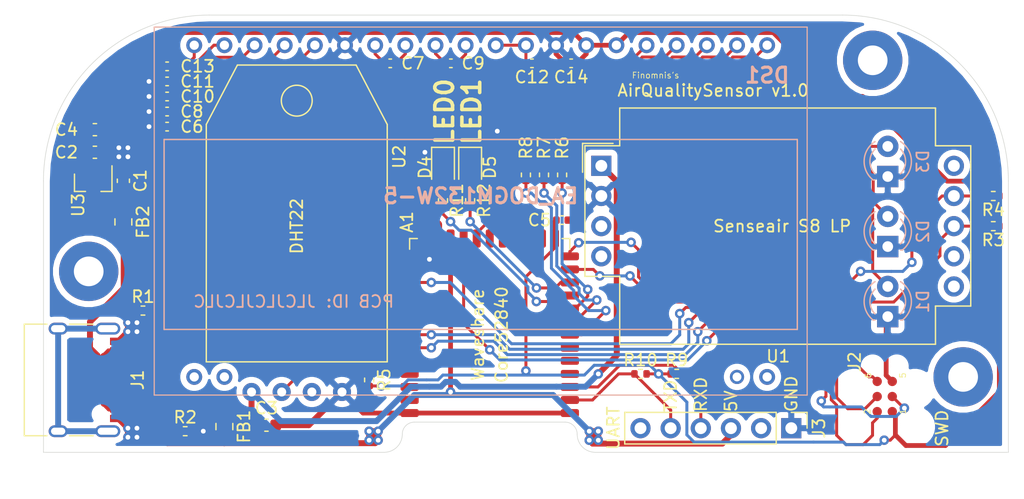
<source format=kicad_pcb>
(kicad_pcb (version 20171130) (host pcbnew "(5.1.10)-1")
  (layers (0 F.Cu signal) (31 B.Cu signal) (34 B.Paste user) (35 F.Paste user) (36 B.SilkS user) (37 F.SilkS user) (38 B.Mask user) (39 F.Mask user) (44 Edge.Cuts user))
  (net 0 "")
  (net 1 +5V)
  (net 2 +3V3)
  (net 3 "Net-(A1-Pad15)")
  (net 4 GND)
  (net 5 "Net-(A1-Pad28)")
  (net 6 "Net-(A1-Pad29)")
  (net 7 "Net-(A1-Pad30)")
  (net 8 "Net-(A1-Pad36)")
  (net 9 "Net-(A1-Pad35)")
  (net 10 "Net-(A1-Pad33)")
  (net 11 "Net-(A1-Pad4)")
  (net 12 "Net-(A1-Pad5)")
  (net 13 "Net-(A1-Pad6)")
  (net 14 "Net-(DS1-Pad1)")
  (net 15 "Net-(DS1-Pad2)")
  (net 16 "Net-(DS1-Pad19)")
  (net 17 "Net-(DS1-Pad20)")
  (net 18 "Net-(U1-Pad9)")
  (net 19 "Net-(U1-Pad6)")
  (net 20 "Net-(U1-Pad4)")
  (net 21 "Net-(U1-Pad3)")
  (net 22 "Net-(U1-Pad5)")
  (net 23 "Net-(U2-Pad3)")
  (net 24 USB_D+)
  (net 25 USB_D-)
  (net 26 VBUS)
  (net 27 "Net-(C1-Pad2)")
  (net 28 "Net-(J1-PadB8)")
  (net 29 "Net-(J1-PadA5)")
  (net 30 "Net-(J1-PadA8)")
  (net 31 "Net-(J1-PadB5)")
  (net 32 "Net-(J1-PadS1)")
  (net 33 "Net-(C7-Pad2)")
  (net 34 "Net-(C7-Pad1)")
  (net 35 "Net-(C9-Pad2)")
  (net 36 "Net-(C9-Pad1)")
  (net 37 DISP_SI)
  (net 38 DISP_SCL)
  (net 39 DISP_A0)
  (net 40 DISP_RST)
  (net 41 DISP_CS)
  (net 42 S8_RXD)
  (net 43 S8_TXD)
  (net 44 DHT22)
  (net 45 RESET)
  (net 46 SWD_SWO)
  (net 47 SWD_SWDIO)
  (net 48 SWD_SWCLK)
  (net 49 "Net-(J3-Pad6)")
  (net 50 UART_TXD)
  (net 51 UART_RXD)
  (net 52 "Net-(J3-Pad2)")
  (net 53 LED_RED)
  (net 54 LED_YELLOW)
  (net 55 LED_GREEN)
  (net 56 "Net-(H1-Pad1)")
  (net 57 "Net-(H2-Pad1)")
  (net 58 "Net-(H3-Pad1)")
  (net 59 "Net-(D1-Pad2)")
  (net 60 "Net-(D2-Pad2)")
  (net 61 "Net-(D3-Pad2)")
  (net 62 "Net-(C6-Pad1)")
  (net 63 "Net-(C8-Pad1)")
  (net 64 "Net-(C10-Pad1)")
  (net 65 "Net-(C11-Pad1)")
  (net 66 "Net-(C12-Pad2)")
  (net 67 "Net-(C13-Pad1)")
  (net 68 "Net-(D4-Pad2)")
  (net 69 "Net-(D5-Pad2)")
  (net 70 LED_STATUS0)
  (net 71 LED_STATUS1)
  (net 72 "Net-(A1-Pad34)")
  (module Inductor_SMD:L_0805_2012Metric_Pad1.15x1.40mm_HandSolder (layer F.Cu) (at 113.411 102.5145 270)
    (fp_text reference FB2 (at 0 -1.65 90) (layer F.SilkS))
    (fp_text value 100R)
    (pad 2 smd roundrect (at 1.025 0 270) (size 1.15 1.4) (layers F.Cu F.Paste F.Mask) (roundrect_rratio 0.217391) (net 26 VBUS))
    (pad 1 smd roundrect (at -1.025 0 270) (size 1.15 1.4) (layers F.Cu F.Paste F.Mask) (roundrect_rratio 0.217391) (net 27 "Net-(C1-Pad2)"))
  )
  (module Inductor_SMD:L_0805_2012Metric_Pad1.15x1.40mm_HandSolder (layer F.Cu) (at 121.92 119.752 270)
    (fp_text reference FB1 (at 0 -1.65 90) (layer F.SilkS))
    (fp_text value 100R)
    (pad 2 smd roundrect (at 1.025 0 270) (size 1.15 1.4) (layers F.Cu F.Paste F.Mask) (roundrect_rratio 0.217391) (net 26 VBUS))
    (pad 1 smd roundrect (at -1.025 0 270) (size 1.15 1.4) (layers F.Cu F.Paste F.Mask) (roundrect_rratio 0.217391) (net 1 +5V))
  )
  (module Resistor_SMD:R_0402_1005Metric (layer F.Cu) (at 142.621 100.709 270)
    (fp_text reference R12 (at 0 -1.17 90) (layer F.SilkS))
    (fp_text value 20k)
    (pad 2 smd roundrect (at 0.51 0 270) (size 0.54 0.64) (layers F.Cu F.Paste F.Mask) (net 71 LED_STATUS1))
    (pad 1 smd roundrect (at -0.51 0 270) (size 0.54 0.64) (layers F.Cu F.Paste F.Mask) (net 69 "Net-(D5-Pad2)"))
  )
  (module Resistor_SMD:R_0402_1005Metric (layer F.Cu) (at 140.335 100.709 270)
    (fp_text reference R11 (at 0 -1.17 90) (layer F.SilkS))
    (fp_text value 20k)
    (pad 2 smd roundrect (at 0.51 0 270) (size 0.54 0.64) (layers F.Cu F.Paste F.Mask) (net 70 LED_STATUS0))
    (pad 1 smd roundrect (at -0.51 0 270) (size 0.54 0.64) (layers F.Cu F.Paste F.Mask) (net 68 "Net-(D4-Pad2)"))
  )
  (module LED_SMD:LED_0805_2012Metric (layer F.Cu) (at 142.621 97.917 270)
    (fp_text reference D5 (at 0 -1.65 90) (layer F.SilkS))
    (fp_text value Status1)
    (pad 2 smd roundrect (at 0.9375 0 270) (size 0.975 1.4) (layers F.Cu F.Paste F.Mask) (net 69 "Net-(D5-Pad2)"))
    (pad 1 smd roundrect (at -0.9375 0 270) (size 0.975 1.4) (layers F.Cu F.Paste F.Mask) (net 4 GND))
  )
  (module LED_SMD:LED_0805_2012Metric (layer F.Cu) (at 140.335 97.917 270)
    (fp_text reference D4 (at 0 1.524 90) (layer F.SilkS))
    (fp_text value Status0)
    (pad 2 smd roundrect (at 0.9375 0 270) (size 0.975 1.4) (layers F.Cu F.Paste F.Mask) (net 68 "Net-(D4-Pad2)"))
    (pad 1 smd roundrect (at -0.9375 0 270) (size 0.975 1.4) (layers F.Cu F.Paste F.Mask) (net 4 GND))
  )
  (module Resistor_SMD:R_0402_1005Metric (layer F.Cu) (at 156.972 115.316)
    (fp_text reference R10 (at 0 -1.17) (layer F.SilkS))
    (fp_text value 10k)
    (pad 2 smd roundrect (at 0.51 0) (size 0.54 0.64) (layers F.Cu F.Paste F.Mask) (net 2 +3V3))
    (pad 1 smd roundrect (at -0.51 0) (size 0.54 0.64) (layers F.Cu F.Paste F.Mask) (net 50 UART_TXD))
  )
  (module Resistor_SMD:R_0402_1005Metric (layer F.Cu) (at 160.022 115.316)
    (fp_text reference R9 (at 0 -1.17) (layer F.SilkS))
    (fp_text value 10k)
    (pad 2 smd roundrect (at 0.51 0) (size 0.54 0.64) (layers F.Cu F.Paste F.Mask) (net 51 UART_RXD))
    (pad 1 smd roundrect (at -0.51 0) (size 0.54 0.64) (layers F.Cu F.Paste F.Mask) (net 2 +3V3))
  )
  (module MountingHole:MountingHole_2.5mm_Pad (layer F.Cu) (at 184.15 115.57)
    (fp_text reference H3 hide)
    (fp_text value MountingHole)
    (pad 1 thru_hole circle (at 0 0) (size 5 5) (drill 2.5) (layers *.Cu *.Mask) (net 58 "Net-(H3-Pad1)"))
  )
  (module MountingHole:MountingHole_2.5mm_Pad (layer F.Cu) (at 176.53 88.9)
    (fp_text reference H2 hide)
    (fp_text value MountingHole)
    (pad 1 thru_hole circle (at 0 0) (size 5 5) (drill 2.5) (layers *.Cu *.Mask) (net 57 "Net-(H2-Pad1)"))
  )
  (module MountingHole:MountingHole_2.5mm_Pad (layer F.Cu) (at 110.49 106.68)
    (fp_text reference H1 hide)
    (fp_text value MountingHole)
    (pad 1 thru_hole circle (at 0 0) (size 5 5) (drill 2.5) (layers *.Cu *.Mask) (net 56 "Net-(H1-Pad1)"))
  )
  (module Resistor_SMD:R_0402_1005Metric (layer F.Cu) (at 147.32 98.552 270)
    (fp_text reference R8 (at -2.286 0 90) (layer F.SilkS))
    (fp_text value 10k)
    (pad 2 smd roundrect (at 0.51 0 270) (size 0.54 0.64) (layers F.Cu F.Paste F.Mask) (net 53 LED_RED))
    (pad 1 smd roundrect (at -0.51 0 270) (size 0.54 0.64) (layers F.Cu F.Paste F.Mask) (net 61 "Net-(D3-Pad2)"))
  )
  (module Resistor_SMD:R_0402_1005Metric (layer F.Cu) (at 148.844 98.552 270)
    (fp_text reference R7 (at -2.286 0 90) (layer F.SilkS))
    (fp_text value 10k)
    (pad 2 smd roundrect (at 0.51 0 270) (size 0.54 0.64) (layers F.Cu F.Paste F.Mask) (net 54 LED_YELLOW))
    (pad 1 smd roundrect (at -0.51 0 270) (size 0.54 0.64) (layers F.Cu F.Paste F.Mask) (net 60 "Net-(D2-Pad2)"))
  )
  (module Resistor_SMD:R_0402_1005Metric (layer F.Cu) (at 150.368 98.552 270)
    (fp_text reference R6 (at -2.286 0 90) (layer F.SilkS))
    (fp_text value 100k)
    (pad 2 smd roundrect (at 0.51 0 270) (size 0.54 0.64) (layers F.Cu F.Paste F.Mask) (net 55 LED_GREEN))
    (pad 1 smd roundrect (at -0.51 0 270) (size 0.54 0.64) (layers F.Cu F.Paste F.Mask) (net 59 "Net-(D1-Pad2)"))
  )
  (module LED_THT:LED_D3.0mm (layer B.Cu) (at 177.8 98.69 90)
    (fp_text reference D3 (at 1.27 2.96 -90) (layer B.SilkS) (effects (justify mirror)))
    (fp_text value Red)
    (pad 2 thru_hole circle (at 2.54 0 90) (size 1.8 1.8) (drill 0.9) (layers *.Cu *.Mask) (net 61 "Net-(D3-Pad2)"))
    (pad 1 thru_hole rect (at 0 0 90) (size 1.8 1.8) (drill 0.9) (layers *.Cu *.Mask) (net 4 GND))
  )
  (module LED_THT:LED_D3.0mm (layer B.Cu) (at 177.8 104.59 90)
    (fp_text reference D2 (at 1.27 2.96 -90) (layer B.SilkS) (effects (justify mirror)))
    (fp_text value Yellow)
    (pad 2 thru_hole circle (at 2.54 0 90) (size 1.8 1.8) (drill 0.9) (layers *.Cu *.Mask) (net 60 "Net-(D2-Pad2)"))
    (pad 1 thru_hole rect (at 0 0 90) (size 1.8 1.8) (drill 0.9) (layers *.Cu *.Mask) (net 4 GND))
  )
  (module LED_THT:LED_D3.0mm (layer B.Cu) (at 177.8 110.49 90)
    (fp_text reference D1 (at 1.27 2.96 -90) (layer B.SilkS) (effects (justify mirror)))
    (fp_text value Green)
    (pad 2 thru_hole circle (at 2.54 0 90) (size 1.8 1.8) (drill 0.9) (layers *.Cu *.Mask) (net 59 "Net-(D1-Pad2)"))
    (pad 1 thru_hole rect (at 0 0 90) (size 1.8 1.8) (drill 0.9) (layers *.Cu *.Mask) (net 4 GND))
  )
  (module Capacitor_SMD:C_0402_1005Metric (layer F.Cu) (at 151.13 89.154 180)
    (fp_text reference C14 (at 0 -1.16) (layer F.SilkS))
    (fp_text value 100n)
    (pad 2 smd roundrect (at 0.48 0 180) (size 0.56 0.62) (layers F.Cu F.Paste F.Mask) (net 4 GND))
    (pad 1 smd roundrect (at -0.48 0 180) (size 0.56 0.62) (layers F.Cu F.Paste F.Mask) (net 2 +3V3))
  )
  (module Connector_PinHeader_2.54mm:PinHeader_1x06_P2.54mm_Vertical (layer F.Cu) (at 169.672 119.888 270)
    (fp_text reference J3 (at 0 -2.33 90) (layer F.SilkS))
    (fp_text value UART)
    (pad 6 thru_hole oval (at 0 12.7 270) (size 1.7 1.7) (drill 1) (layers *.Cu *.Mask) (net 49 "Net-(J3-Pad6)"))
    (pad 5 thru_hole oval (at 0 10.16 270) (size 1.7 1.7) (drill 1) (layers *.Cu *.Mask) (net 50 UART_TXD))
    (pad 4 thru_hole oval (at 0 7.62 270) (size 1.7 1.7) (drill 1) (layers *.Cu *.Mask) (net 51 UART_RXD))
    (pad 3 thru_hole oval (at 0 5.08 270) (size 1.7 1.7) (drill 1) (layers *.Cu *.Mask) (net 26 VBUS))
    (pad 2 thru_hole oval (at 0 2.54 270) (size 1.7 1.7) (drill 1) (layers *.Cu *.Mask) (net 52 "Net-(J3-Pad2)"))
    (pad 1 thru_hole rect (at 0 0 270) (size 1.7 1.7) (drill 1) (layers *.Cu *.Mask) (net 4 GND))
  )
  (module AirQualitySensor:TC2030-IDC-FP (layer F.Cu) (at 177.546 117.221 90)
    (fp_text reference J2 (at 2.921 -2.54 90) (layer F.SilkS))
    (fp_text value SWD)
    (fp_text user 2 (at -1.27 -1.4605 90) (layer F.SilkS) (effects (font (size 0.5 0.5) (thickness 0.08))))
    (fp_text user 1 (at -1.27 1.524 90) (layer F.SilkS) (effects (font (size 0.5 0.5) (thickness 0.08))))
    (fp_text user 6 (at 1.778 -1.397 90) (layer F.SilkS) (effects (font (size 0.5 0.5) (thickness 0.08))))
    (fp_text user 5 (at 1.778 1.524 90) (layer F.SilkS) (effects (font (size 0.5 0.5) (thickness 0.08))))
    (pad 1 smd circle (at -1.27 0.635 90) (size 0.787 0.787) (layers F.Cu F.Mask) (net 2 +3V3))
    (pad 3 smd circle (at 0 0.635 90) (size 0.787 0.787) (layers F.Cu F.Mask) (net 45 RESET))
    (pad 5 smd circle (at 1.27 0.635 90) (size 0.787 0.787) (layers F.Cu F.Mask) (net 4 GND))
    (pad 6 smd circle (at 1.27 -0.635 90) (size 0.787 0.787) (layers F.Cu F.Mask) (net 46 SWD_SWO))
    (pad 4 smd circle (at 0 -0.635 90) (size 0.787 0.787) (layers F.Cu F.Mask) (net 48 SWD_SWCLK))
    (pad 2 smd circle (at -1.27 -0.635 90) (size 0.787 0.787) (layers F.Cu F.Mask) (net 47 SWD_SWDIO))
    (pad "" np_thru_hole circle (at -2.54 0 90) (size 0.991 0.991) (drill 0.991) (layers *.Cu *.Mask))
    (pad "" np_thru_hole circle (at 2.54 -1.015 90) (size 0.991 0.991) (drill 0.991) (layers *.Cu *.Mask))
    (pad "" np_thru_hole circle (at 2.54 1.015 90) (size 0.991 0.991) (drill 0.991) (layers *.Cu *.Mask))
    (pad "" np_thru_hole circle (at 0.635 -2.54 90) (size 2.3749 2.3749) (drill 2.3749) (layers *.Cu *.Mask))
    (pad "" np_thru_hole circle (at 0.635 2.54 90) (size 2.3749 2.3749) (drill 2.3749) (layers *.Cu *.Mask))
    (pad "" np_thru_hole circle (at -2.54 2.54 90) (size 2.3749 2.3749) (drill 2.3749) (layers *.Cu *.Mask))
    (pad "" np_thru_hole circle (at -2.54 -2.54 90) (size 2.3749 2.3749) (drill 2.3749) (layers *.Cu *.Mask))
  )
  (module Capacitor_SMD:C_0402_1005Metric (layer F.Cu) (at 117.094 89.408 180)
    (fp_text reference C13 (at -1.016 0) (layer F.SilkS) (effects (justify left)))
    (fp_text value 1u)
    (pad 2 smd roundrect (at 0.48 0 180) (size 0.56 0.62) (layers F.Cu F.Paste F.Mask) (net 4 GND))
    (pad 1 smd roundrect (at -0.48 0 180) (size 0.56 0.62) (layers F.Cu F.Paste F.Mask) (net 67 "Net-(C13-Pad1)"))
  )
  (module Capacitor_SMD:C_0402_1005Metric (layer F.Cu) (at 147.828 89.154 180)
    (fp_text reference C12 (at 0 -1.16) (layer F.SilkS))
    (fp_text value 1u)
    (pad 2 smd roundrect (at 0.48 0 180) (size 0.56 0.62) (layers F.Cu F.Paste F.Mask) (net 66 "Net-(C12-Pad2)"))
    (pad 1 smd roundrect (at -0.48 0 180) (size 0.56 0.62) (layers F.Cu F.Paste F.Mask) (net 4 GND))
  )
  (module Capacitor_SMD:C_0402_1005Metric (layer F.Cu) (at 117.094 90.678 180)
    (fp_text reference C11 (at -1.016 0) (layer F.SilkS) (effects (justify left)))
    (fp_text value 1u)
    (pad 2 smd roundrect (at 0.48 0 180) (size 0.56 0.62) (layers F.Cu F.Paste F.Mask) (net 4 GND))
    (pad 1 smd roundrect (at -0.48 0 180) (size 0.56 0.62) (layers F.Cu F.Paste F.Mask) (net 65 "Net-(C11-Pad1)"))
  )
  (module Capacitor_SMD:C_0402_1005Metric (layer F.Cu) (at 117.094 91.948 180)
    (fp_text reference C10 (at -1.016 0) (layer F.SilkS) (effects (justify left)))
    (fp_text value 1u)
    (pad 2 smd roundrect (at 0.48 0 180) (size 0.56 0.62) (layers F.Cu F.Paste F.Mask) (net 4 GND))
    (pad 1 smd roundrect (at -0.48 0 180) (size 0.56 0.62) (layers F.Cu F.Paste F.Mask) (net 64 "Net-(C10-Pad1)"))
  )
  (module Capacitor_SMD:C_0402_1005Metric (layer F.Cu) (at 140.998 89.154 180)
    (fp_text reference C9 (at -1.877 0) (layer F.SilkS))
    (fp_text value 1u)
    (pad 2 smd roundrect (at 0.48 0 180) (size 0.56 0.62) (layers F.Cu F.Paste F.Mask) (net 35 "Net-(C9-Pad2)"))
    (pad 1 smd roundrect (at -0.48 0 180) (size 0.56 0.62) (layers F.Cu F.Paste F.Mask) (net 36 "Net-(C9-Pad1)"))
  )
  (module Capacitor_SMD:C_0402_1005Metric (layer F.Cu) (at 117.094 93.218 180)
    (fp_text reference C8 (at -1.016 0) (layer F.SilkS) (effects (justify left)))
    (fp_text value 1u)
    (pad 2 smd roundrect (at 0.48 0 180) (size 0.56 0.62) (layers F.Cu F.Paste F.Mask) (net 4 GND))
    (pad 1 smd roundrect (at -0.48 0 180) (size 0.56 0.62) (layers F.Cu F.Paste F.Mask) (net 63 "Net-(C8-Pad1)"))
  )
  (module Capacitor_SMD:C_0402_1005Metric (layer F.Cu) (at 135.89 89.154 180)
    (fp_text reference C7 (at -1.905 0) (layer F.SilkS))
    (fp_text value 1u)
    (pad 1 smd roundrect (at -0.48 0 180) (size 0.56 0.62) (layers F.Cu F.Paste F.Mask) (net 34 "Net-(C7-Pad1)"))
    (pad 2 smd roundrect (at 0.48 0 180) (size 0.56 0.62) (layers F.Cu F.Paste F.Mask) (net 33 "Net-(C7-Pad2)"))
  )
  (module Capacitor_SMD:C_0402_1005Metric (layer F.Cu) (at 117.094 94.488 180)
    (fp_text reference C6 (at -1.016 0) (layer F.SilkS) (effects (justify left)))
    (fp_text value 1u)
    (pad 2 smd roundrect (at 0.48 0 180) (size 0.56 0.62) (layers F.Cu F.Paste F.Mask) (net 4 GND))
    (pad 1 smd roundrect (at -0.48 0 180) (size 0.56 0.62) (layers F.Cu F.Paste F.Mask) (net 62 "Net-(C6-Pad1)"))
  )
  (module Resistor_SMD:R_0402_1005Metric (layer F.Cu) (at 134.112 115.824 90)
    (fp_text reference R5 (at 0 1.27 90) (layer F.SilkS))
    (fp_text value 10k)
    (pad 2 smd roundrect (at 0.51 0 90) (size 0.54 0.64) (layers F.Cu F.Paste F.Mask) (net 44 DHT22))
    (pad 1 smd roundrect (at -0.51 0 90) (size 0.54 0.64) (layers F.Cu F.Paste F.Mask) (net 2 +3V3))
  )
  (module Resistor_SMD:R_0402_1005Metric (layer F.Cu) (at 186.69 100.33 180)
    (fp_text reference R4 (at 0 -1.17) (layer F.SilkS))
    (fp_text value 10k)
    (pad 2 smd roundrect (at 0.51 0 180) (size 0.54 0.64) (layers F.Cu F.Paste F.Mask) (net 43 S8_TXD))
    (pad 1 smd roundrect (at -0.51 0 180) (size 0.54 0.64) (layers F.Cu F.Paste F.Mask) (net 2 +3V3))
  )
  (module Resistor_SMD:R_0402_1005Metric (layer F.Cu) (at 186.69 102.87 180)
    (fp_text reference R3 (at 0 -1.17) (layer F.SilkS))
    (fp_text value 10k)
    (pad 2 smd roundrect (at 0.51 0 180) (size 0.54 0.64) (layers F.Cu F.Paste F.Mask) (net 42 S8_RXD))
    (pad 1 smd roundrect (at -0.51 0 180) (size 0.54 0.64) (layers F.Cu F.Paste F.Mask) (net 2 +3V3))
  )
  (module Capacitor_SMD:C_0402_1005Metric (layer F.Cu) (at 150.368 102.362 180)
    (fp_text reference C5 (at 1.905 0) (layer F.SilkS))
    (fp_text value 100n)
    (pad 2 smd roundrect (at 0.48 0 180) (size 0.56 0.62) (layers F.Cu F.Paste F.Mask) (net 2 +3V3))
    (pad 1 smd roundrect (at -0.48 0 180) (size 0.56 0.62) (layers F.Cu F.Paste F.Mask) (net 4 GND))
  )
  (module Package_TO_SOT_SMD:SOT-23 (layer F.Cu) (at 110.871 99.187 270)
    (fp_text reference U3 (at 1.905 1.27 90) (layer F.SilkS))
    (fp_text value XC6206P332MR)
    (pad 3 smd rect (at 1 0 270) (size 0.9 0.8) (layers F.Cu F.Paste F.Mask) (net 27 "Net-(C1-Pad2)"))
    (pad 2 smd rect (at -1 0.95 270) (size 0.9 0.8) (layers F.Cu F.Paste F.Mask) (net 2 +3V3))
    (pad 1 smd rect (at -1 -0.95 270) (size 0.9 0.8) (layers F.Cu F.Paste F.Mask) (net 4 GND))
  )
  (module Resistor_SMD:R_0402_1005Metric (layer F.Cu) (at 118.618 120.142)
    (fp_text reference R2 (at 0 -1.17) (layer F.SilkS))
    (fp_text value 5.1k)
    (pad 2 smd roundrect (at 0.51 0) (size 0.54 0.64) (layers F.Cu F.Paste F.Mask) (net 4 GND))
    (pad 1 smd roundrect (at -0.51 0) (size 0.54 0.64) (layers F.Cu F.Paste F.Mask) (net 31 "Net-(J1-PadB5)"))
  )
  (module Resistor_SMD:R_0402_1005Metric (layer F.Cu) (at 115.062 109.982)
    (fp_text reference R1 (at 0 -1.17) (layer F.SilkS))
    (fp_text value 5.1k)
    (pad 2 smd roundrect (at 0.51 0) (size 0.54 0.64) (layers F.Cu F.Paste F.Mask) (net 29 "Net-(J1-PadA5)"))
    (pad 1 smd roundrect (at -0.51 0) (size 0.54 0.64) (layers F.Cu F.Paste F.Mask) (net 4 GND))
  )
  (module Connector_USB:USB_C_Receptacle_HRO_TYPE-C-31-M-12 (layer F.Cu) (at 108.966 115.824 270)
    (fp_text reference J1 (at 0 -5.645 90) (layer F.SilkS))
    (fp_text value USB_C_Receptacle_USB2.0)
    (pad B1 smd rect (at 3.25 -4.045 270) (size 0.6 1.45) (layers F.Cu F.Paste F.Mask) (net 4 GND))
    (pad A9 smd rect (at 2.45 -4.045 270) (size 0.6 1.45) (layers F.Cu F.Paste F.Mask) (net 26 VBUS))
    (pad B9 smd rect (at -2.45 -4.045 270) (size 0.6 1.45) (layers F.Cu F.Paste F.Mask) (net 26 VBUS))
    (pad B12 smd rect (at -3.25 -4.045 270) (size 0.6 1.45) (layers F.Cu F.Paste F.Mask) (net 4 GND))
    (pad A1 smd rect (at -3.25 -4.045 270) (size 0.6 1.45) (layers F.Cu F.Paste F.Mask) (net 4 GND))
    (pad A4 smd rect (at -2.45 -4.045 270) (size 0.6 1.45) (layers F.Cu F.Paste F.Mask) (net 26 VBUS))
    (pad B4 smd rect (at 2.45 -4.045 270) (size 0.6 1.45) (layers F.Cu F.Paste F.Mask) (net 26 VBUS))
    (pad A12 smd rect (at 3.25 -4.045 270) (size 0.6 1.45) (layers F.Cu F.Paste F.Mask) (net 4 GND))
    (pad B8 smd rect (at -1.75 -4.045 270) (size 0.3 1.45) (layers F.Cu F.Paste F.Mask) (net 28 "Net-(J1-PadB8)"))
    (pad A5 smd rect (at -1.25 -4.045 270) (size 0.3 1.45) (layers F.Cu F.Paste F.Mask) (net 29 "Net-(J1-PadA5)"))
    (pad B7 smd rect (at -0.75 -4.045 270) (size 0.3 1.45) (layers F.Cu F.Paste F.Mask) (net 25 USB_D-))
    (pad A7 smd rect (at 0.25 -4.045 270) (size 0.3 1.45) (layers F.Cu F.Paste F.Mask) (net 25 USB_D-))
    (pad B6 smd rect (at 0.75 -4.045 270) (size 0.3 1.45) (layers F.Cu F.Paste F.Mask) (net 24 USB_D+))
    (pad A8 smd rect (at 1.25 -4.045 270) (size 0.3 1.45) (layers F.Cu F.Paste F.Mask) (net 30 "Net-(J1-PadA8)"))
    (pad B5 smd rect (at 1.75 -4.045 270) (size 0.3 1.45) (layers F.Cu F.Paste F.Mask) (net 31 "Net-(J1-PadB5)"))
    (pad A6 smd rect (at -0.25 -4.045 270) (size 0.3 1.45) (layers F.Cu F.Paste F.Mask) (net 24 USB_D+))
    (pad S1 thru_hole oval (at 4.32 -3.13 270) (size 1 2.1) (drill oval 0.6 1.7) (layers *.Cu *.Mask) (net 32 "Net-(J1-PadS1)"))
    (pad S1 thru_hole oval (at -4.32 -3.13 270) (size 1 2.1) (drill oval 0.6 1.7) (layers *.Cu *.Mask) (net 32 "Net-(J1-PadS1)"))
    (pad "" np_thru_hole circle (at -2.89 -2.6 270) (size 0.65 0.65) (drill 0.65) (layers *.Cu *.Mask))
    (pad S1 thru_hole oval (at -4.32 1.05 270) (size 1 1.6) (drill oval 0.6 1.2) (layers *.Cu *.Mask) (net 32 "Net-(J1-PadS1)"))
    (pad "" np_thru_hole circle (at 2.89 -2.6 270) (size 0.65 0.65) (drill 0.65) (layers *.Cu *.Mask))
    (pad S1 thru_hole oval (at 4.32 1.05 270) (size 1 1.6) (drill oval 0.6 1.2) (layers *.Cu *.Mask) (net 32 "Net-(J1-PadS1)"))
  )
  (module Capacitor_SMD:C_0603_1608Metric (layer F.Cu) (at 111.011 94.742 180)
    (fp_text reference C4 (at 2.4 0) (layer F.SilkS))
    (fp_text value 4u7)
    (pad 2 smd roundrect (at 0.775 0 180) (size 0.9 0.95) (layers F.Cu F.Paste F.Mask) (net 2 +3V3))
    (pad 1 smd roundrect (at -0.775 0 180) (size 0.9 0.95) (layers F.Cu F.Paste F.Mask) (net 4 GND))
  )
  (module Capacitor_SMD:C_0603_1608Metric (layer F.Cu) (at 125.463 119.634)
    (fp_text reference C3 (at 0 -1.43) (layer F.SilkS))
    (fp_text value 4u7)
    (pad 2 smd roundrect (at 0.775 0) (size 0.9 0.95) (layers F.Cu F.Paste F.Mask) (net 4 GND))
    (pad 1 smd roundrect (at -0.775 0) (size 0.9 0.95) (layers F.Cu F.Paste F.Mask) (net 1 +5V))
  )
  (module Capacitor_SMD:C_0603_1608Metric (layer F.Cu) (at 111.011 96.647 180)
    (fp_text reference C2 (at 2.4 0) (layer F.SilkS))
    (fp_text value 1u)
    (pad 2 smd roundrect (at 0.775 0 180) (size 0.9 0.95) (layers F.Cu F.Paste F.Mask) (net 2 +3V3))
    (pad 1 smd roundrect (at -0.775 0 180) (size 0.9 0.95) (layers F.Cu F.Paste F.Mask) (net 4 GND))
  )
  (module Capacitor_SMD:C_0603_1608Metric (layer F.Cu) (at 113.411 99.047 270)
    (fp_text reference C1 (at 0 -1.43 90) (layer F.SilkS))
    (fp_text value 1u)
    (pad 2 smd roundrect (at 0.775 0 270) (size 0.9 0.95) (layers F.Cu F.Paste F.Mask) (net 27 "Net-(C1-Pad2)"))
    (pad 1 smd roundrect (at -0.775 0 270) (size 0.9 0.95) (layers F.Cu F.Paste F.Mask) (net 4 GND))
  )
  (module AirQualitySensor:DHT22 (layer F.Cu) (at 128.016 114.3 90)
    (fp_text reference U2 (at 17.272 8.636 90) (layer F.SilkS))
    (fp_text value DHT22)
    (fp_text user %V (at 11.43 0 90) (layer F.SilkS))
    (pad 4 thru_hole circle (at -2.54 3.81 270) (size 1.524 1.524) (drill 0.762) (layers *.Cu *.Mask) (net 4 GND))
    (pad 3 thru_hole circle (at -2.54 1.27 270) (size 1.524 1.524) (drill 0.762) (layers *.Cu *.Mask) (net 23 "Net-(U2-Pad3)"))
    (pad 2 thru_hole circle (at -2.54 -1.27 270) (size 1.524 1.524) (drill 0.762) (layers *.Cu *.Mask) (net 44 DHT22))
    (pad 1 thru_hole circle (at -2.54 -3.81 270) (size 1.524 1.524) (drill 0.762) (layers *.Cu *.Mask) (net 1 +5V))
  )
  (module AirQualitySensor:Senseair_S8_Up (layer F.Cu) (at 153.67 97.79)
    (fp_text reference U1 (at 14.9 16.04) (layer F.SilkS))
    (fp_text value 004-0-0053)
    (fp_text user "Senseair S8 LP" (at 15.24 5.08) (layer F.SilkS))
    (pad 9 thru_hole circle (at 29.7 0 180) (size 1.7 1.7) (drill 1) (layers *.Cu *.Mask) (net 18 "Net-(U1-Pad9)"))
    (pad 8 thru_hole circle (at 29.7 2.54 180) (size 1.7 1.7) (drill 1) (layers *.Cu *.Mask) (net 43 S8_TXD))
    (pad 7 thru_hole circle (at 29.7 5.08 180) (size 1.7 1.7) (drill 1) (layers *.Cu *.Mask) (net 42 S8_RXD))
    (pad 6 thru_hole circle (at 29.7 7.62 180) (size 1.7 1.7) (drill 1) (layers *.Cu *.Mask) (net 19 "Net-(U1-Pad6)"))
    (pad 4 thru_hole circle (at 0 7.62 180) (size 1.7 1.7) (drill 1) (layers *.Cu *.Mask) (net 20 "Net-(U1-Pad4)"))
    (pad 1 thru_hole rect (at 0 0 180) (size 1.7 1.7) (drill 1) (layers *.Cu *.Mask) (net 1 +5V))
    (pad 2 thru_hole circle (at 0 2.54 180) (size 1.7 1.7) (drill 1) (layers *.Cu *.Mask) (net 4 GND))
    (pad 3 thru_hole circle (at 0 5.08 180) (size 1.7 1.7) (drill 1) (layers *.Cu *.Mask) (net 21 "Net-(U1-Pad3)"))
    (pad 5 thru_hole circle (at 29.7 10.16 180) (size 1.7 1.7) (drill 1) (layers *.Cu *.Mask) (net 22 "Net-(U1-Pad5)"))
  )
  (module AirQualitySensor:EA_DOGM132W-5 (layer B.Cu) (at 167.64 115.57 180)
    (fp_text reference DS1 (at 0 25.4) (layer B.SilkS) (effects (font (size 1.27 1.27) (thickness 0.254)) (justify mirror)))
    (fp_text value EA_DOGM132W-5 (at 24.13 15.24) (layer B.SilkS) (effects (font (size 1.27 1.27) (thickness 0.254)) (justify mirror)))
    (pad 1 thru_hole circle (at 0 0 180) (size 1.337 1.337) (drill 0.78) (layers *.Cu *.Mask) (net 14 "Net-(DS1-Pad1)"))
    (pad 2 thru_hole circle (at 2.54 0 180) (size 1.2 1.2) (drill 0.75) (layers *.Cu *.Mask) (net 15 "Net-(DS1-Pad2)"))
    (pad 19 thru_hole circle (at 45.72 0 180) (size 1.337 1.337) (drill 0.78) (layers *.Cu *.Mask) (net 16 "Net-(DS1-Pad19)"))
    (pad 20 thru_hole circle (at 48.26 0 180) (size 1.337 1.337) (drill 0.78) (layers *.Cu *.Mask) (net 17 "Net-(DS1-Pad20)"))
    (pad 21 thru_hole circle (at 48.26 27.94 180) (size 1.337 1.337) (drill 0.78) (layers *.Cu *.Mask) (net 67 "Net-(C13-Pad1)"))
    (pad 22 thru_hole circle (at 45.72 27.94 180) (size 1.337 1.337) (drill 0.78) (layers *.Cu *.Mask) (net 65 "Net-(C11-Pad1)"))
    (pad 23 thru_hole circle (at 43.18 27.94 180) (size 1.337 1.337) (drill 0.78) (layers *.Cu *.Mask) (net 64 "Net-(C10-Pad1)"))
    (pad 24 thru_hole circle (at 40.64 27.94 180) (size 1.337 1.337) (drill 0.78) (layers *.Cu *.Mask) (net 63 "Net-(C8-Pad1)"))
    (pad 25 thru_hole circle (at 38.1 27.94 180) (size 1.337 1.337) (drill 0.78) (layers *.Cu *.Mask) (net 62 "Net-(C6-Pad1)"))
    (pad 26 thru_hole circle (at 35.56 27.94 180) (size 1.337 1.337) (drill 0.78) (layers *.Cu *.Mask) (net 4 GND))
    (pad 27 thru_hole circle (at 33.02 27.94 180) (size 1.337 1.337) (drill 0.78) (layers *.Cu *.Mask) (net 33 "Net-(C7-Pad2)"))
    (pad 28 thru_hole circle (at 30.48 27.94 180) (size 1.337 1.337) (drill 0.78) (layers *.Cu *.Mask) (net 34 "Net-(C7-Pad1)"))
    (pad 29 thru_hole circle (at 27.94 27.94 180) (size 1.337 1.337) (drill 0.78) (layers *.Cu *.Mask) (net 35 "Net-(C9-Pad2)"))
    (pad 30 thru_hole circle (at 25.4 27.94 180) (size 1.337 1.337) (drill 0.78) (layers *.Cu *.Mask) (net 36 "Net-(C9-Pad1)"))
    (pad 31 thru_hole circle (at 22.86 27.94 180) (size 1.337 1.337) (drill 0.78) (layers *.Cu *.Mask) (net 66 "Net-(C12-Pad2)"))
    (pad 32 thru_hole circle (at 20.32 27.94 180) (size 1.337 1.337) (drill 0.78) (layers *.Cu *.Mask) (net 66 "Net-(C12-Pad2)"))
    (pad 33 thru_hole circle (at 17.78 27.94 180) (size 1.337 1.337) (drill 0.78) (layers *.Cu *.Mask) (net 4 GND))
    (pad 34 thru_hole circle (at 15.24 27.94 180) (size 1.337 1.337) (drill 0.78) (layers *.Cu *.Mask) (net 2 +3V3))
    (pad 35 thru_hole circle (at 12.7 27.94 180) (size 1.337 1.337) (drill 0.78) (layers *.Cu *.Mask) (net 2 +3V3))
    (pad 36 thru_hole circle (at 10.16 27.94 180) (size 1.337 1.337) (drill 0.78) (layers *.Cu *.Mask) (net 37 DISP_SI))
    (pad 37 thru_hole circle (at 7.62 27.94 180) (size 1.337 1.337) (drill 0.78) (layers *.Cu *.Mask) (net 38 DISP_SCL))
    (pad 38 thru_hole circle (at 5.08 27.94 180) (size 1.337 1.337) (drill 0.78) (layers *.Cu *.Mask) (net 39 DISP_A0))
    (pad 39 thru_hole circle (at 2.54 27.94 180) (size 1.337 1.337) (drill 0.78) (layers *.Cu *.Mask) (net 40 DISP_RST))
    (pad 40 thru_hole circle (at 0 27.94 180) (size 1.337 1.337) (drill 0.78) (layers *.Cu *.Mask) (net 41 DISP_CS))
  )
  (module AirQualitySensor:Waveshare_Core52840 (layer F.Cu) (at 144.272 112.014 180)
    (fp_text reference A1 (at 6.985 9.497 270) (layer F.SilkS))
    (fp_text value Waveshare_Core52840 hide)
    (fp_text user Core52840 (at -1 0 90 unlocked) (layer F.SilkS))
    (fp_text user Waveshare (at 1 0 90) (layer F.SilkS))
    (pad 24 smd roundrect (at 5.5 8.1 270) (size 1.53 0.67) (layers F.Cu F.Paste F.Mask) (net 24 USB_D+))
    (pad 23 smd roundrect (at 4.4 8.1 270) (size 1.53 0.67) (layers F.Cu F.Paste F.Mask) (net 25 USB_D-))
    (pad 22 smd roundrect (at 3.3 8.1 270) (size 1.53 0.67) (layers F.Cu F.Paste F.Mask) (net 26 VBUS))
    (pad 21 smd roundrect (at 2.2 8.1 270) (size 1.53 0.67) (layers F.Cu F.Paste F.Mask) (net 45 RESET))
    (pad 20 smd roundrect (at 1.1 8.1 270) (size 1.53 0.67) (layers F.Cu F.Paste F.Mask) (net 37 DISP_SI))
    (pad 14 smd roundrect (at -5.5 8.1 270) (size 1.53 0.67) (layers F.Cu F.Paste F.Mask) (net 2 +3V3))
    (pad 15 smd roundrect (at -4.4 8.1 270) (size 1.53 0.67) (layers F.Cu F.Paste F.Mask) (net 3 "Net-(A1-Pad15)"))
    (pad 16 smd roundrect (at -3.3 8.1 270) (size 1.53 0.67) (layers F.Cu F.Paste F.Mask) (net 41 DISP_CS))
    (pad 17 smd roundrect (at -2.2 8.1 270) (size 1.53 0.67) (layers F.Cu F.Paste F.Mask) (net 40 DISP_RST))
    (pad 18 smd roundrect (at -1.1 8.1 270) (size 1.53 0.67) (layers F.Cu F.Paste F.Mask) (net 39 DISP_A0))
    (pad 25 smd roundrect (at 6.75 6.6 180) (size 1.53 0.67) (layers F.Cu F.Paste F.Mask) (net 4 GND))
    (pad 19 smd roundrect (at 0 8.1 270) (size 1.53 0.67) (layers F.Cu F.Paste F.Mask) (net 38 DISP_SCL))
    (pad 26 smd roundrect (at 6.75 5.5 180) (size 1.53 0.67) (layers F.Cu F.Paste F.Mask) (net 44 DHT22))
    (pad 27 smd roundrect (at 6.75 4.4 180) (size 1.53 0.67) (layers F.Cu F.Paste F.Mask) (net 46 SWD_SWO))
    (pad 28 smd roundrect (at 6.75 3.3 180) (size 1.53 0.67) (layers F.Cu F.Paste F.Mask) (net 5 "Net-(A1-Pad28)"))
    (pad 29 smd roundrect (at 6.75 2.2 180) (size 1.53 0.67) (layers F.Cu F.Paste F.Mask) (net 6 "Net-(A1-Pad29)"))
    (pad 30 smd roundrect (at 6.75 1.1 180) (size 1.53 0.67) (layers F.Cu F.Paste F.Mask) (net 7 "Net-(A1-Pad30)"))
    (pad 37 smd roundrect (at 6.75 -6.6 180) (size 1.53 0.67) (layers F.Cu F.Paste F.Mask) (net 4 GND))
    (pad 36 smd roundrect (at 6.75 -5.5 180) (size 1.53 0.67) (layers F.Cu F.Paste F.Mask) (net 8 "Net-(A1-Pad36)"))
    (pad 35 smd roundrect (at 6.75 -4.4 180) (size 1.53 0.67) (layers F.Cu F.Paste F.Mask) (net 9 "Net-(A1-Pad35)"))
    (pad 34 smd roundrect (at 6.75 -3.3 180) (size 1.53 0.67) (layers F.Cu F.Paste F.Mask) (net 72 "Net-(A1-Pad34)"))
    (pad 33 smd roundrect (at 6.75 -2.2 180) (size 1.53 0.67) (layers F.Cu F.Paste F.Mask) (net 10 "Net-(A1-Pad33)"))
    (pad 32 smd roundrect (at 6.75 -1.1 180) (size 1.53 0.67) (layers F.Cu F.Paste F.Mask) (net 47 SWD_SWDIO))
    (pad 1 smd roundrect (at -6.75 -6.6 180) (size 1.53 0.67) (layers F.Cu F.Paste F.Mask) (net 4 GND))
    (pad 2 smd roundrect (at -6.75 -5.5 180) (size 1.53 0.67) (layers F.Cu F.Paste F.Mask) (net 50 UART_TXD))
    (pad 3 smd roundrect (at -6.75 -4.4 180) (size 1.53 0.67) (layers F.Cu F.Paste F.Mask) (net 51 UART_RXD))
    (pad 4 smd roundrect (at -6.75 -3.3 180) (size 1.53 0.67) (layers F.Cu F.Paste F.Mask) (net 11 "Net-(A1-Pad4)"))
    (pad 5 smd roundrect (at -6.75 -2.2 180) (size 1.53 0.67) (layers F.Cu F.Paste F.Mask) (net 12 "Net-(A1-Pad5)"))
    (pad 6 smd roundrect (at -6.75 -1.1 180) (size 1.53 0.67) (layers F.Cu F.Paste F.Mask) (net 13 "Net-(A1-Pad6)"))
    (pad 13 smd roundrect (at -6.75 6.6 180) (size 1.53 0.67) (layers F.Cu F.Paste F.Mask) (net 43 S8_TXD))
    (pad 12 smd roundrect (at -6.75 5.5 180) (size 1.53 0.67) (layers F.Cu F.Paste F.Mask) (net 42 S8_RXD))
    (pad 11 smd roundrect (at -6.75 4.4 180) (size 1.53 0.67) (layers F.Cu F.Paste F.Mask) (net 71 LED_STATUS1))
    (pad 10 smd roundrect (at -6.75 3.3 180) (size 1.53 0.67) (layers F.Cu F.Paste F.Mask) (net 70 LED_STATUS0))
    (pad 9 smd roundrect (at -6.75 2.2 180) (size 1.53 0.67) (layers F.Cu F.Paste F.Mask) (net 55 LED_GREEN))
    (pad 8 smd roundrect (at -6.75 1.1 180) (size 1.53 0.67) (layers F.Cu F.Paste F.Mask) (net 54 LED_YELLOW))
    (pad 31 smd roundrect (at 6.75 0 180) (size 1.53 0.67) (layers F.Cu F.Paste F.Mask) (net 48 SWD_SWCLK))
    (pad 7 smd roundrect (at -6.75 0 180) (size 1.53 0.67) (layers F.Cu F.Paste F.Mask) (net 53 LED_RED))
  )
  (gr_text "PCB ID:" (at 133.35 109.22) (layer B.SilkS) (effects (font (size 1 1)) (justify mirror)))
  (gr_text JLCJLCJLCJLC (at 124.46 109.22) (layer B.SilkS) (effects (font (size 1 1)) (justify mirror)))
  (gr_text Finomnis's (at 156.21 90.17) (layer F.SilkS) (effects (font (size 0.5 0.5) (thickness 0.065)) (justify left)))
  (gr_text "AirQualitySensor v1.0" (at 154.94 91.44) (layer F.SilkS) (effects (font (size 1 1)) (justify left)))
  (gr_text LED1 (at 142.748 93.218 90) (layer F.SilkS) (effects (font (size 1.5 1.5) (thickness 0.3))))
  (gr_text LED0 (at 140.462 93.218 90) (layer F.SilkS) (effects (font (size 1.5 1.5) (thickness 0.3))))
  (gr_line (start 137.922 119.38) (end 150.622 119.38) (layer Edge.Cuts) (width 0.05))
  (gr_line (start 135.382 121.92) (end 106.68 121.92) (layer Edge.Cuts) (width 0.05))
  (gr_arc (start 150.622 120.396) (end 151.638 120.396) (angle -90) (layer Edge.Cuts) (width 0.05))
  (gr_arc (start 137.922 120.396) (end 137.922 119.38) (angle -90) (layer Edge.Cuts) (width 0.05))
  (gr_arc (start 153.162 120.396) (end 151.638 120.396) (angle -90) (layer Edge.Cuts) (width 0.05))
  (gr_arc (start 135.382 120.396) (end 135.382 121.92) (angle -90) (layer Edge.Cuts) (width 0.05))
  (gr_text SWD (at 182.372 119.888 90) (layer F.SilkS) (effects (font (size 1 1))))
  (gr_text UART (at 154.686 119.888 90) (layer F.SilkS) (effects (font (size 1 1))))
  (gr_text TXD (at 159.512 118.618 90) (layer F.SilkS) (effects (font (size 1 1)) (justify left)))
  (gr_text RXD (at 162.052 118.618 90) (layer F.SilkS) (effects (font (size 1 1)) (justify left)))
  (gr_text GND (at 169.672 118.618 90) (layer F.SilkS) (effects (font (size 1 1)) (justify left)))
  (gr_text 5V (at 164.592 118.618 90) (layer F.SilkS) (effects (font (size 1 1)) (justify left)))
  (gr_arc (start 173.99 99.06) (end 187.96 99.06) (angle -90) (layer Edge.Cuts) (width 0.05))
  (gr_arc (start 120.65 99.06) (end 120.65 85.09) (angle -90) (layer Edge.Cuts) (width 0.05))
  (gr_line (start 173.99 85.09) (end 120.65 85.09) (layer Edge.Cuts) (width 0.05))
  (gr_line (start 187.96 121.92) (end 187.96 99.06) (layer Edge.Cuts) (width 0.05))
  (gr_line (start 153.162 121.92) (end 187.96 121.92) (layer Edge.Cuts) (width 0.05))
  (gr_line (start 106.68 99.06) (end 106.68 121.92) (layer Edge.Cuts) (width 0.05))
  (segment (start 124.206 116.84) (end 124.1805 116.84) (width 0.5) (layer F.Cu) (net 1))
  (segment (start 124.206 116.84) (end 124.206 119.139) (width 0.5) (layer F.Cu) (net 1))
  (segment (start 124.206 116.84) (end 126.657999 119.291999) (width 0.5) (layer B.Cu) (net 1))
  (segment (start 134.734039 119.291999) (end 137.632047 116.39399) (width 0.5) (layer B.Cu) (net 1))
  (segment (start 126.657999 119.291999) (end 134.734039 119.291999) (width 0.5) (layer B.Cu) (net 1))
  (segment (start 137.632047 116.39399) (end 139.192 116.39399) (width 0.5) (layer B.Cu) (net 1))
  (segment (start 140.561999 115.989999) (end 141.378001 115.989999) (width 0.5) (layer B.Cu) (net 1))
  (segment (start 141.378001 115.989999) (end 141.781992 116.39399) (width 0.5) (layer B.Cu) (net 1))
  (segment (start 140.158008 116.39399) (end 140.561999 115.989999) (width 0.5) (layer B.Cu) (net 1))
  (segment (start 139.192 116.39399) (end 140.158008 116.39399) (width 0.5) (layer B.Cu) (net 1))
  (segment (start 141.781992 116.39399) (end 149.895953 116.39399) (width 0.5) (layer B.Cu) (net 1))
  (segment (start 149.895953 116.39399) (end 152.33801 116.39399) (width 0.5) (layer B.Cu) (net 1))
  (segment (start 152.33801 116.39399) (end 153.416 115.316) (width 0.5) (layer B.Cu) (net 1))
  (segment (start 153.416 115.316) (end 153.416 115.316) (width 0.5) (layer B.Cu) (net 1))
  (via (at 153.416 115.316) (size 0.8) (drill 0.4) (layers F.Cu B.Cu) (net 1))
  (segment (start 154.970001 99.090001) (end 153.67 97.79) (width 0.5) (layer F.Cu) (net 1))
  (segment (start 154.970001 113.761999) (end 154.970001 99.090001) (width 0.5) (layer F.Cu) (net 1))
  (segment (start 153.416 115.316) (end 154.970001 113.761999) (width 0.5) (layer F.Cu) (net 1))
  (segment (start 124.688 119.621) (end 124.206 119.139) (width 0.5) (layer F.Cu) (net 1))
  (segment (start 124.688 119.634) (end 124.688 119.621) (width 0.5) (layer F.Cu) (net 1))
  (segment (start 123.794 118.727) (end 124.206 119.139) (width 0.5) (layer F.Cu) (net 1))
  (segment (start 121.92 118.727) (end 123.794 118.727) (width 0.5) (layer F.Cu) (net 1))
  (via (at 177.5 120.9) (size 0.8) (drill 0.4) (layers F.Cu B.Cu) (net 2))
  (via (at 147.32 115.062) (size 0.8) (drill 0.4) (layers F.Cu B.Cu) (net 2))
  (segment (start 187.2 116.812002) (end 187.2 102.87) (width 0.4) (layer F.Cu) (net 2))
  (segment (start 182.663551 121.348451) (end 187.2 116.812002) (width 0.4) (layer F.Cu) (net 2))
  (segment (start 179.324023 121.348451) (end 182.663551 121.348451) (width 0.4) (layer F.Cu) (net 2))
  (segment (start 178.441501 120.465929) (end 179.324023 121.348451) (width 0.4) (layer F.Cu) (net 2))
  (segment (start 178.441501 118.920841) (end 178.441501 120.465929) (width 0.4) (layer F.Cu) (net 2))
  (segment (start 178.181 118.66034) (end 178.441501 118.920841) (width 0.4) (layer F.Cu) (net 2))
  (segment (start 178.181 118.491) (end 178.181 118.66034) (width 0.4) (layer F.Cu) (net 2))
  (segment (start 187.2 100.33) (end 187.2 102.87) (width 0.4) (layer F.Cu) (net 2))
  (segment (start 152.4 88.364) (end 151.61 89.154) (width 0.4) (layer F.Cu) (net 2))
  (segment (start 152.4 87.63) (end 152.4 88.364) (width 0.4) (layer F.Cu) (net 2))
  (segment (start 152.4 87.63) (end 154.94 87.63) (width 0.4) (layer F.Cu) (net 2))
  (segment (start 110.236 94.742) (end 110.236 96.647) (width 0.5) (layer F.Cu) (net 2))
  (segment (start 110.236 97.872) (end 109.921 98.187) (width 0.5) (layer F.Cu) (net 2))
  (segment (start 110.236 96.647) (end 110.236 97.872) (width 0.5) (layer F.Cu) (net 2))
  (segment (start 187.2 100.01) (end 186.269999 99.079999) (width 0.4) (layer F.Cu) (net 2))
  (segment (start 187.2 100.33) (end 187.2 100.01) (width 0.4) (layer F.Cu) (net 2))
  (segment (start 182.809997 99.079999) (end 175.677998 91.948) (width 0.4) (layer F.Cu) (net 2))
  (segment (start 186.269999 99.079999) (end 182.809997 99.079999) (width 0.4) (layer F.Cu) (net 2))
  (segment (start 156.008501 86.561499) (end 154.94 87.63) (width 0.4) (layer F.Cu) (net 2))
  (segment (start 168.152881 86.561499) (end 156.008501 86.561499) (width 0.4) (layer F.Cu) (net 2))
  (segment (start 173.539382 91.948) (end 168.152881 86.561499) (width 0.4) (layer F.Cu) (net 2))
  (segment (start 175.677998 91.948) (end 173.539382 91.948) (width 0.4) (layer F.Cu) (net 2))
  (segment (start 149.772 102.478) (end 149.888 102.362) (width 0.4) (layer F.Cu) (net 2))
  (segment (start 149.772 103.914) (end 149.772 102.478) (width 0.4) (layer F.Cu) (net 2))
  (segment (start 151.331499 86.561499) (end 152.4 87.63) (width 0.4) (layer F.Cu) (net 2))
  (segment (start 117.941501 86.561499) (end 151.331499 86.561499) (width 0.4) (layer F.Cu) (net 2))
  (segment (start 110.236 94.267) (end 117.941501 86.561499) (width 0.4) (layer F.Cu) (net 2))
  (segment (start 110.236 94.742) (end 110.236 94.267) (width 0.4) (layer F.Cu) (net 2))
  (via (at 135.128 116.332) (size 0.8) (drill 0.4) (layers F.Cu B.Cu) (net 2))
  (segment (start 134.114 116.332) (end 134.112 116.334) (width 0.25) (layer F.Cu) (net 2))
  (segment (start 135.128 116.332) (end 134.114 116.332) (width 0.25) (layer F.Cu) (net 2))
  (segment (start 135.128 116.332) (end 136.880851 116.332) (width 0.25) (layer B.Cu) (net 2))
  (segment (start 137.393871 115.81898) (end 138.953824 115.81898) (width 0.25) (layer B.Cu) (net 2))
  (segment (start 136.880851 116.332) (end 137.393871 115.81898) (width 0.25) (layer B.Cu) (net 2))
  (segment (start 139.919832 115.81898) (end 140.323823 115.414989) (width 0.25) (layer B.Cu) (net 2))
  (segment (start 138.953824 115.81898) (end 139.919832 115.81898) (width 0.25) (layer B.Cu) (net 2))
  (segment (start 147.32 115.316) (end 147.418989 115.414989) (width 0.25) (layer B.Cu) (net 2))
  (segment (start 147.32 115.062) (end 147.32 115.316) (width 0.25) (layer B.Cu) (net 2))
  (segment (start 140.323823 115.414989) (end 147.418989 115.414989) (width 0.25) (layer B.Cu) (net 2))
  (segment (start 147.32 107.131) (end 147.32 115.062) (width 0.25) (layer F.Cu) (net 2))
  (segment (start 149.772 104.679) (end 147.32 107.131) (width 0.25) (layer F.Cu) (net 2))
  (segment (start 149.772 103.914) (end 149.772 104.679) (width 0.25) (layer F.Cu) (net 2))
  (via (at 158.496 115.316) (size 0.8) (drill 0.4) (layers F.Cu B.Cu) (net 2))
  (segment (start 157.482 115.316) (end 158.496 115.316) (width 0.25) (layer F.Cu) (net 2))
  (segment (start 158.496 115.316) (end 159.512 115.316) (width 0.25) (layer F.Cu) (net 2))
  (segment (start 157.770999 114.590999) (end 153.067999 114.590999) (width 0.25) (layer B.Cu) (net 2))
  (segment (start 158.496 115.316) (end 157.770999 114.590999) (width 0.25) (layer B.Cu) (net 2))
  (segment (start 152.244009 115.414989) (end 147.418989 115.414989) (width 0.25) (layer B.Cu) (net 2))
  (segment (start 153.067999 114.590999) (end 152.244009 115.414989) (width 0.25) (layer B.Cu) (net 2))
  (segment (start 171.544999 121.063001) (end 171.544999 121.063001) (width 0.25) (layer B.Cu) (net 2))
  (segment (start 178.441501 120.465929) (end 178.434071 120.465929) (width 0.4) (layer F.Cu) (net 2))
  (segment (start 177.126549 121.273451) (end 177.5 120.9) (width 0.25) (layer B.Cu) (net 2))
  (segment (start 174.280023 121.273451) (end 177.126549 121.273451) (width 0.25) (layer B.Cu) (net 2))
  (segment (start 161.487999 121.063001) (end 174.069573 121.063001) (width 0.25) (layer B.Cu) (net 2))
  (segment (start 174.069573 121.063001) (end 174.280023 121.273451) (width 0.25) (layer B.Cu) (net 2))
  (segment (start 160.876999 120.452001) (end 161.487999 121.063001) (width 0.25) (layer B.Cu) (net 2))
  (segment (start 160.876999 117.696999) (end 160.876999 120.452001) (width 0.25) (layer B.Cu) (net 2))
  (segment (start 158.496 115.316) (end 160.876999 117.696999) (width 0.25) (layer B.Cu) (net 2))
  (segment (start 178.00743 120.9) (end 178.441501 120.465929) (width 0.25) (layer F.Cu) (net 2))
  (segment (start 177.5 120.9) (end 178.00743 120.9) (width 0.25) (layer F.Cu) (net 2))
  (via (at 114.554 120.65) (size 0.8) (drill 0.4) (layers F.Cu B.Cu) (net 4))
  (via (at 114.554 119.888) (size 0.8) (drill 0.4) (layers F.Cu B.Cu) (net 4))
  (via (at 113.792 111.76) (size 0.8) (drill 0.4) (layers F.Cu B.Cu) (net 4))
  (via (at 113.792 119.888) (size 0.8) (drill 0.4) (layers F.Cu B.Cu) (net 4))
  (segment (start 113.011 112.541) (end 113.792 111.76) (width 0.5) (layer F.Cu) (net 4))
  (segment (start 113.011 112.574) (end 113.011 112.541) (width 0.5) (layer F.Cu) (net 4))
  (segment (start 113.011 119.107) (end 113.792 119.888) (width 0.5) (layer F.Cu) (net 4))
  (segment (start 113.011 119.074) (end 113.011 119.107) (width 0.5) (layer F.Cu) (net 4))
  (via (at 113.792 110.998) (size 0.8) (drill 0.4) (layers F.Cu B.Cu) (net 4))
  (via (at 114.554 110.998) (size 0.8) (drill 0.4) (layers F.Cu B.Cu) (net 4))
  (via (at 113.792 120.65) (size 0.8) (drill 0.4) (layers F.Cu B.Cu) (net 4))
  (segment (start 113.792 119.888) (end 113.792 120.561999) (width 0.5) (layer F.Cu) (net 4))
  (segment (start 113.792 111.76) (end 113.792 110.998) (width 0.5) (layer F.Cu) (net 4))
  (segment (start 113.792 119.888) (end 114.554 119.888) (width 0.5) (layer F.Cu) (net 4))
  (segment (start 114.554 119.888) (end 114.554 120.65) (width 0.5) (layer F.Cu) (net 4))
  (segment (start 114.554 120.65) (end 113.792 120.65) (width 0.5) (layer F.Cu) (net 4))
  (segment (start 113.792 120.65) (end 114.554 119.888) (width 0.5) (layer F.Cu) (net 4))
  (via (at 114.554 111.76) (size 0.8) (drill 0.4) (layers F.Cu B.Cu) (net 4))
  (segment (start 113.792 111.76) (end 114.554 111.76) (width 0.5) (layer F.Cu) (net 4))
  (segment (start 114.554 111.76) (end 114.554 110.998) (width 0.5) (layer F.Cu) (net 4))
  (segment (start 114.554 110.998) (end 113.792 110.998) (width 0.5) (layer F.Cu) (net 4))
  (segment (start 113.792 111.76) (end 114.554 110.998) (width 0.5) (layer F.Cu) (net 4))
  (segment (start 177.665499 110.624501) (end 177.8 110.49) (width 0.4) (layer F.Cu) (net 4))
  (segment (start 177.665499 115.435499) (end 177.665499 110.624501) (width 0.4) (layer F.Cu) (net 4))
  (segment (start 178.181 115.951) (end 177.665499 115.435499) (width 0.4) (layer F.Cu) (net 4))
  (segment (start 148.336 89.154) (end 149.86 87.63) (width 0.4) (layer F.Cu) (net 4))
  (segment (start 148.308 89.154) (end 148.336 89.154) (width 0.4) (layer F.Cu) (net 4))
  (segment (start 149.86 88.364) (end 150.65 89.154) (width 0.4) (layer F.Cu) (net 4))
  (segment (start 149.86 87.63) (end 149.86 88.364) (width 0.4) (layer F.Cu) (net 4))
  (segment (start 116.614 89.408) (end 116.614 94.488) (width 0.4) (layer F.Cu) (net 4))
  (segment (start 111.786 98.152) (end 111.821 98.187) (width 0.5) (layer F.Cu) (net 4))
  (segment (start 111.786 94.742) (end 111.786 98.152) (width 0.5) (layer F.Cu) (net 4))
  (segment (start 113.326 98.187) (end 113.411 98.272) (width 0.5) (layer F.Cu) (net 4))
  (segment (start 111.821 98.187) (end 113.326 98.187) (width 0.5) (layer F.Cu) (net 4))
  (segment (start 131.826 116.84) (end 129.286 119.38) (width 0.5) (layer F.Cu) (net 4))
  (segment (start 133.6 118.614) (end 137.522 118.614) (width 0.4) (layer F.Cu) (net 4))
  (segment (start 131.826 116.84) (end 133.6 118.614) (width 0.4) (layer F.Cu) (net 4))
  (segment (start 137.522 118.614) (end 151.022 118.614) (width 0.4) (layer F.Cu) (net 4))
  (via (at 139.192 105.664) (size 0.8) (drill 0.4) (layers F.Cu B.Cu) (net 4))
  (segment (start 138.942 105.414) (end 139.192 105.664) (width 0.4) (layer F.Cu) (net 4))
  (segment (start 137.522 105.414) (end 138.942 105.414) (width 0.4) (layer F.Cu) (net 4))
  (via (at 113.03 97.028) (size 0.8) (drill 0.4) (layers F.Cu B.Cu) (net 4))
  (via (at 113.03 96.266) (size 0.8) (drill 0.4) (layers F.Cu B.Cu) (net 4))
  (via (at 113.792 96.266) (size 0.8) (drill 0.4) (layers F.Cu B.Cu) (net 4))
  (via (at 113.792 97.028) (size 0.8) (drill 0.4) (layers F.Cu B.Cu) (net 4))
  (segment (start 113.03 96.266) (end 113.792 96.266) (width 0.5) (layer F.Cu) (net 4))
  (segment (start 113.792 97.028) (end 113.792 96.266) (width 0.5) (layer F.Cu) (net 4))
  (segment (start 113.03 97.028) (end 113.792 97.028) (width 0.5) (layer F.Cu) (net 4))
  (segment (start 113.03 97.028) (end 113.03 96.266) (width 0.5) (layer F.Cu) (net 4))
  (segment (start 113.792 96.266) (end 113.03 97.028) (width 0.5) (layer F.Cu) (net 4))
  (segment (start 113.411 97.409) (end 113.03 97.028) (width 0.5) (layer F.Cu) (net 4))
  (segment (start 113.411 98.272) (end 113.411 97.409) (width 0.5) (layer F.Cu) (net 4))
  (segment (start 113.792 97.028) (end 113.411 97.409) (width 0.5) (layer F.Cu) (net 4))
  (segment (start 151.638 102.362) (end 153.67 100.33) (width 0.4) (layer F.Cu) (net 4))
  (segment (start 150.848 102.362) (end 151.638 102.362) (width 0.4) (layer F.Cu) (net 4))
  (via (at 120.142 120.142) (size 0.8) (drill 0.4) (layers F.Cu B.Cu) (net 4))
  (segment (start 120.142 120.142) (end 119.128 120.142) (width 0.25) (layer F.Cu) (net 4))
  (via (at 115.57 91.948) (size 0.8) (drill 0.4) (layers F.Cu B.Cu) (net 4))
  (segment (start 115.57 91.948) (end 116.614 91.948) (width 0.4) (layer F.Cu) (net 4))
  (segment (start 114.554 109.984) (end 114.552 109.982) (width 0.5) (layer F.Cu) (net 4))
  (segment (start 114.554 110.998) (end 114.554 109.984) (width 0.5) (layer F.Cu) (net 4))
  (via (at 115.57 93.218) (size 0.8) (drill 0.4) (layers F.Cu B.Cu) (net 4))
  (via (at 115.57 94.488) (size 0.8) (drill 0.4) (layers F.Cu B.Cu) (net 4))
  (segment (start 116.614 93.218) (end 115.57 93.218) (width 0.4) (layer F.Cu) (net 4))
  (segment (start 116.614 94.488) (end 115.57 94.488) (width 0.4) (layer F.Cu) (net 4))
  (segment (start 115.57 94.488) (end 115.57 91.948) (width 0.4) (layer F.Cu) (net 4))
  (via (at 115.57 90.678) (size 0.8) (drill 0.4) (layers F.Cu B.Cu) (net 4))
  (segment (start 116.614 90.678) (end 115.57 90.678) (width 0.4) (layer F.Cu) (net 4))
  (segment (start 115.57 90.678) (end 115.57 91.948) (width 0.4) (layer F.Cu) (net 4))
  (segment (start 129.032 119.634) (end 129.286 119.38) (width 0.5) (layer F.Cu) (net 4))
  (segment (start 126.238 119.634) (end 129.032 119.634) (width 0.5) (layer F.Cu) (net 4))
  (via (at 138.811 96.647) (size 0.8) (drill 0.4) (layers F.Cu B.Cu) (net 4))
  (segment (start 140.0025 96.647) (end 140.335 96.9795) (width 0.25) (layer F.Cu) (net 4))
  (segment (start 138.811 96.647) (end 140.0025 96.647) (width 0.25) (layer F.Cu) (net 4))
  (via (at 144.907 94.869) (size 0.8) (drill 0.4) (layers F.Cu B.Cu) (net 4))
  (segment (start 142.9535 96.647) (end 142.621 96.9795) (width 0.25) (layer F.Cu) (net 4))
  (segment (start 144.907 95.377) (end 144.907 94.869) (width 0.25) (layer F.Cu) (net 4))
  (segment (start 143.3045 96.9795) (end 144.907 95.377) (width 0.25) (layer F.Cu) (net 4))
  (segment (start 142.621 96.9795) (end 143.3045 96.9795) (width 0.25) (layer F.Cu) (net 4))
  (segment (start 113.840322 116.574) (end 113.011 116.574) (width 0.2) (layer F.Cu) (net 24))
  (segment (start 113.011 115.574) (end 113.796 115.574) (width 0.2) (layer F.Cu) (net 24))
  (segment (start 113.796 115.574) (end 114.046 115.824) (width 0.2) (layer F.Cu) (net 24))
  (segment (start 114.046 116.368322) (end 113.840322 116.574) (width 0.2) (layer F.Cu) (net 24))
  (segment (start 114.046 115.824) (end 114.046 116.368322) (width 0.2) (layer F.Cu) (net 24))
  (segment (start 114.413926 116.000396) (end 114.046 116.368322) (width 0.2) (layer F.Cu) (net 24))
  (segment (start 114.413926 115.99641) (end 114.413926 116.000396) (width 0.2) (layer F.Cu) (net 24))
  (segment (start 114.046 116.332) (end 114.3 116.078) (width 0.2) (layer F.Cu) (net 24))
  (segment (start 114.046 116.368322) (end 114.046 116.332) (width 0.2) (layer F.Cu) (net 24))
  (segment (start 115.23441 115.99641) (end 114.94941 115.71141) (width 0.2) (layer F.Cu) (net 24))
  (segment (start 113.93341 115.71141) (end 113.796 115.574) (width 0.2) (layer F.Cu) (net 24))
  (segment (start 114.94941 115.71141) (end 114.41259 115.71141) (width 0.2) (layer F.Cu) (net 24))
  (segment (start 114.41259 115.71141) (end 115.826838 115.71141) (width 0.2) (layer F.Cu) (net 24))
  (segment (start 114.41259 115.71141) (end 113.93341 115.71141) (width 0.2) (layer F.Cu) (net 24))
  (segment (start 114.046 116.368322) (end 115.169926 116.368322) (width 0.2) (layer F.Cu) (net 24))
  (segment (start 114.44064 116.023124) (end 114.413926 115.99641) (width 0.77) (layer F.Cu) (net 24))
  (segment (start 115.169926 116.368322) (end 115.515124 116.023124) (width 0.2) (layer F.Cu) (net 24))
  (segment (start 138.772 102.958) (end 138.772 103.914) (width 0.77) (layer F.Cu) (net 24))
  (segment (start 138.3832 102.5692) (end 138.772 102.958) (width 0.77) (layer F.Cu) (net 24))
  (segment (start 128.969048 102.5692) (end 138.3832 102.5692) (width 0.77) (layer F.Cu) (net 24))
  (segment (start 127.199124 104.339124) (end 128.969048 102.5692) (width 0.77) (layer F.Cu) (net 24))
  (segment (start 127.088129 104.478309) (end 127.199124 104.339124) (width 0.77) (layer F.Cu) (net 24))
  (segment (start 127.010887 104.638703) (end 127.088129 104.478309) (width 0.77) (layer F.Cu) (net 24))
  (segment (start 126.971273 104.812263) (end 127.010887 104.638703) (width 0.77) (layer F.Cu) (net 24))
  (segment (start 126.074826 106.587724) (end 126.187963 106.700861) (width 0.77) (layer F.Cu) (net 24))
  (segment (start 127.312262 105.576562) (end 127.199124 105.463424) (width 0.77) (layer F.Cu) (net 24))
  (segment (start 125.935643 106.476728) (end 126.074826 106.587724) (width 0.77) (layer F.Cu) (net 24))
  (segment (start 125.601689 106.359872) (end 125.775249 106.399486) (width 0.77) (layer F.Cu) (net 24))
  (segment (start 125.423665 106.359873) (end 125.601689 106.359872) (width 0.77) (layer F.Cu) (net 24))
  (segment (start 127.312263 106.70086) (end 127.423257 106.561677) (width 0.77) (layer F.Cu) (net 24))
  (segment (start 125.250105 106.399487) (end 125.423665 106.359873) (width 0.77) (layer F.Cu) (net 24))
  (segment (start 126.187963 106.700861) (end 126.327147 106.811857) (width 0.77) (layer F.Cu) (net 24))
  (segment (start 125.775249 106.399486) (end 125.935643 106.476728) (width 0.77) (layer F.Cu) (net 24))
  (segment (start 125.089711 106.476729) (end 125.250105 106.399487) (width 0.77) (layer F.Cu) (net 24))
  (segment (start 126.839125 106.928712) (end 127.012685 106.889098) (width 0.77) (layer F.Cu) (net 24))
  (segment (start 126.327147 106.811857) (end 126.487541 106.889099) (width 0.77) (layer F.Cu) (net 24))
  (segment (start 126.971274 104.990285) (end 126.971273 104.812263) (width 0.77) (layer F.Cu) (net 24))
  (segment (start 124.950526 106.587723) (end 125.089711 106.476729) (width 0.77) (layer F.Cu) (net 24))
  (segment (start 127.173079 106.811856) (end 127.312263 106.70086) (width 0.77) (layer F.Cu) (net 24))
  (segment (start 115.541838 115.99641) (end 124.950526 106.587723) (width 0.77) (layer F.Cu) (net 24))
  (segment (start 126.487541 106.889099) (end 126.661101 106.928713) (width 0.77) (layer F.Cu) (net 24))
  (segment (start 114.413926 115.99641) (end 115.541838 115.99641) (width 0.77) (layer F.Cu) (net 24))
  (segment (start 127.012685 106.889098) (end 127.173079 106.811856) (width 0.77) (layer F.Cu) (net 24))
  (segment (start 127.540114 106.049699) (end 127.5005 105.876139) (width 0.77) (layer F.Cu) (net 24))
  (segment (start 127.010888 105.163845) (end 126.971274 104.990285) (width 0.77) (layer F.Cu) (net 24))
  (segment (start 126.661101 106.928713) (end 126.839125 106.928712) (width 0.77) (layer F.Cu) (net 24))
  (segment (start 127.423257 106.561677) (end 127.500499 106.401283) (width 0.77) (layer F.Cu) (net 24))
  (segment (start 127.540113 106.227723) (end 127.540114 106.049699) (width 0.77) (layer F.Cu) (net 24))
  (segment (start 127.500499 106.401283) (end 127.540113 106.227723) (width 0.77) (layer F.Cu) (net 24))
  (segment (start 127.5005 105.876139) (end 127.423258 105.715745) (width 0.77) (layer F.Cu) (net 24))
  (segment (start 127.423258 105.715745) (end 127.312262 105.576562) (width 0.77) (layer F.Cu) (net 24))
  (segment (start 127.199124 105.463424) (end 127.08813 105.324239) (width 0.77) (layer F.Cu) (net 24))
  (segment (start 127.08813 105.324239) (end 127.010888 105.163845) (width 0.77) (layer F.Cu) (net 24))
  (segment (start 113.011 115.074) (end 112.002 115.074) (width 0.2) (layer F.Cu) (net 25))
  (segment (start 112.002 115.074) (end 111.76 115.316) (width 0.2) (layer F.Cu) (net 25))
  (segment (start 112.086 116.074) (end 113.011 116.074) (width 0.2) (layer F.Cu) (net 25))
  (segment (start 111.76 115.748) (end 112.086 116.074) (width 0.2) (layer F.Cu) (net 25))
  (segment (start 111.76 115.316) (end 111.76 115.748) (width 0.2) (layer F.Cu) (net 25))
  (segment (start 139.872 102.753516) (end 139.872 103.914) (width 0.77) (layer F.Cu) (net 25))
  (segment (start 128.586964 101.6468) (end 138.765284 101.6468) (width 0.77) (layer F.Cu) (net 25))
  (segment (start 115.159764 115.074) (end 128.586964 101.6468) (width 0.77) (layer F.Cu) (net 25))
  (segment (start 138.765284 101.6468) (end 139.872 102.753516) (width 0.77) (layer F.Cu) (net 25))
  (segment (start 115.159764 115.074) (end 114.566 115.074) (width 0.77) (layer F.Cu) (net 25))
  (segment (start 113.011 115.074) (end 114.566 115.074) (width 0.2) (layer F.Cu) (net 25))
  (via (at 152.654 120.904) (size 0.8) (drill 0.4) (layers F.Cu B.Cu) (net 26))
  (via (at 153.416 120.904) (size 0.8) (drill 0.4) (layers F.Cu B.Cu) (net 26))
  (via (at 152.654 120.142) (size 0.8) (drill 0.4) (layers F.Cu B.Cu) (net 26))
  (via (at 153.416 120.142) (size 0.8) (drill 0.4) (layers F.Cu B.Cu) (net 26))
  (via (at 140.97 116.84) (size 0.8) (drill 0.4) (layers F.Cu B.Cu) (net 26))
  (via (at 134.874 120.142) (size 0.8) (drill 0.4) (layers F.Cu B.Cu) (net 26))
  (via (at 134.112 120.142) (size 0.8) (drill 0.4) (layers F.Cu B.Cu) (net 26))
  (segment (start 112.171 113.374) (end 111.76 113.785) (width 0.4) (layer F.Cu) (net 26))
  (segment (start 113.011 113.374) (end 112.171 113.374) (width 0.4) (layer F.Cu) (net 26))
  (segment (start 112.199002 118.274) (end 113.011 118.274) (width 0.4) (layer F.Cu) (net 26))
  (segment (start 111.76 117.834998) (end 112.199002 118.274) (width 0.4) (layer F.Cu) (net 26))
  (segment (start 164.592 120.456002) (end 164.592 119.888) (width 0.5) (layer F.Cu) (net 26))
  (segment (start 163.860001 121.188001) (end 164.592 120.456002) (width 0.5) (layer F.Cu) (net 26))
  (segment (start 113.440001 108.096001) (end 110.59599 110.940012) (width 0.5) (layer F.Cu) (net 26))
  (segment (start 110.59599 110.940012) (end 110.59599 113.13599) (width 0.5) (layer F.Cu) (net 26))
  (segment (start 114.236 118.274) (end 117.112003 121.150003) (width 0.5) (layer F.Cu) (net 26))
  (segment (start 113.011 118.274) (end 114.236 118.274) (width 0.5) (layer F.Cu) (net 26))
  (via (at 134.112 120.904) (size 0.8) (drill 0.4) (layers F.Cu B.Cu) (net 26))
  (via (at 134.874 120.904) (size 0.8) (drill 0.4) (layers F.Cu B.Cu) (net 26))
  (segment (start 134.112 120.142) (end 134.874 120.904) (width 0.5) (layer F.Cu) (net 26))
  (segment (start 134.112 120.142) (end 134.874 120.142) (width 0.5) (layer F.Cu) (net 26))
  (segment (start 134.874 120.904) (end 134.874 120.142) (width 0.5) (layer F.Cu) (net 26))
  (segment (start 134.874 120.904) (end 134.112 120.904) (width 0.5) (layer F.Cu) (net 26))
  (segment (start 134.112 120.904) (end 134.112 120.142) (width 0.5) (layer F.Cu) (net 26))
  (segment (start 134.104003 120.896003) (end 134.112 120.904) (width 0.5) (layer F.Cu) (net 26))
  (segment (start 134.627997 121.150003) (end 134.874 120.904) (width 0.5) (layer F.Cu) (net 26))
  (segment (start 153.416 120.904) (end 153.416 120.142) (width 0.5) (layer F.Cu) (net 26))
  (segment (start 153.416 120.142) (end 152.654 120.142) (width 0.5) (layer F.Cu) (net 26))
  (segment (start 152.654 120.142) (end 152.654 120.904) (width 0.5) (layer F.Cu) (net 26))
  (segment (start 152.654 120.904) (end 153.416 120.904) (width 0.5) (layer F.Cu) (net 26))
  (segment (start 153.416 120.904) (end 152.654 120.142) (width 0.5) (layer F.Cu) (net 26))
  (segment (start 152.938001 121.188001) (end 152.654 120.904) (width 0.5) (layer F.Cu) (net 26))
  (segment (start 163.860001 121.188001) (end 152.938001 121.188001) (width 0.5) (layer F.Cu) (net 26))
  (segment (start 134.874 120.142) (end 137.922 117.094) (width 0.5) (layer B.Cu) (net 26))
  (segment (start 149.606 117.094) (end 152.654 120.142) (width 0.5) (layer B.Cu) (net 26))
  (segment (start 140.97 117.094) (end 149.606 117.094) (width 0.5) (layer B.Cu) (net 26))
  (segment (start 137.922 117.094) (end 140.97 117.094) (width 0.5) (layer B.Cu) (net 26))
  (segment (start 140.97 103.916) (end 140.972 103.914) (width 0.4) (layer F.Cu) (net 26))
  (segment (start 121.912003 121.150003) (end 134.627997 121.150003) (width 0.5) (layer F.Cu) (net 26))
  (segment (start 117.112003 121.150003) (end 121.912003 121.150003) (width 0.5) (layer F.Cu) (net 26))
  (segment (start 140.972 116.838) (end 140.97 116.84) (width 0.4) (layer F.Cu) (net 26))
  (segment (start 140.972 103.914) (end 140.972 116.838) (width 0.4) (layer F.Cu) (net 26))
  (segment (start 140.97 116.84) (end 140.97 117.094) (width 0.4) (layer B.Cu) (net 26))
  (segment (start 111.20999 114.33501) (end 111.76 113.785) (width 0.5) (layer F.Cu) (net 26))
  (segment (start 111.20999 115.975821) (end 111.20999 114.33501) (width 0.5) (layer F.Cu) (net 26))
  (segment (start 111.76 116.525831) (end 111.20999 115.975821) (width 0.5) (layer F.Cu) (net 26))
  (segment (start 111.76 117.834998) (end 111.76 116.525831) (width 0.5) (layer F.Cu) (net 26))
  (segment (start 111.20999 113.74999) (end 110.59599 113.13599) (width 0.5) (layer F.Cu) (net 26))
  (segment (start 111.20999 114.33501) (end 111.20999 113.74999) (width 0.5) (layer F.Cu) (net 26))
  (segment (start 113.440001 103.606001) (end 113.411 103.577) (width 0.5) (layer F.Cu) (net 26))
  (segment (start 113.440001 108.096001) (end 113.440001 103.606001) (width 0.5) (layer F.Cu) (net 26))
  (segment (start 121.92 121.142006) (end 121.912003 121.150003) (width 0.5) (layer F.Cu) (net 26))
  (segment (start 121.92 120.9505) (end 121.92 121.142006) (width 0.5) (layer F.Cu) (net 26))
  (segment (start 113.046 100.187) (end 113.411 99.822) (width 0.5) (layer F.Cu) (net 27))
  (segment (start 110.871 100.187) (end 113.046 100.187) (width 0.5) (layer F.Cu) (net 27))
  (segment (start 113.411 100.552) (end 113.046 100.187) (width 0.5) (layer F.Cu) (net 27))
  (segment (start 113.411 99.822) (end 113.411 101.452) (width 0.5) (layer F.Cu) (net 27))
  (segment (start 115.572 112.988) (end 115.572 109.982) (width 0.25) (layer F.Cu) (net 29))
  (segment (start 113.986 114.574) (end 115.572 112.988) (width 0.25) (layer F.Cu) (net 29))
  (segment (start 113.011 114.574) (end 113.986 114.574) (width 0.25) (layer F.Cu) (net 29))
  (segment (start 115.54 117.574) (end 118.108 120.142) (width 0.25) (layer F.Cu) (net 31))
  (segment (start 113.011 117.574) (end 115.54 117.574) (width 0.25) (layer F.Cu) (net 31))
  (segment (start 112.096 111.504) (end 107.916 111.504) (width 0.5) (layer B.Cu) (net 32))
  (segment (start 107.916 111.504) (end 107.916 120.144) (width 0.5) (layer B.Cu) (net 32))
  (segment (start 107.916 120.144) (end 112.096 120.144) (width 0.5) (layer B.Cu) (net 32))
  (segment (start 134.62 88.364) (end 135.41 89.154) (width 0.25) (layer F.Cu) (net 33))
  (segment (start 134.62 87.63) (end 134.62 88.364) (width 0.25) (layer F.Cu) (net 33))
  (segment (start 137.16 88.364) (end 136.37 89.154) (width 0.25) (layer F.Cu) (net 34))
  (segment (start 137.16 87.63) (end 137.16 88.364) (width 0.25) (layer F.Cu) (net 34))
  (segment (start 139.7 88.336) (end 140.518 89.154) (width 0.25) (layer F.Cu) (net 35))
  (segment (start 139.7 87.63) (end 139.7 88.336) (width 0.25) (layer F.Cu) (net 35))
  (segment (start 142.24 88.392) (end 141.478 89.154) (width 0.25) (layer F.Cu) (net 36))
  (segment (start 142.24 87.63) (end 142.24 88.392) (width 0.25) (layer F.Cu) (net 36))
  (segment (start 143.172 103.462) (end 144.249963 102.384037) (width 0.25) (layer F.Cu) (net 37))
  (segment (start 143.172 103.914) (end 143.172 103.462) (width 0.25) (layer F.Cu) (net 37))
  (segment (start 144.249963 102.384037) (end 144.249964 97.044396) (width 0.25) (layer F.Cu) (net 37))
  (segment (start 144.249964 97.044396) (end 149.3684 91.92596) (width 0.25) (layer F.Cu) (net 37))
  (segment (start 153.18404 91.92596) (end 157.48 87.63) (width 0.25) (layer F.Cu) (net 37))
  (segment (start 149.3684 91.92596) (end 153.18404 91.92596) (width 0.25) (layer F.Cu) (net 37))
  (segment (start 144.272 103.914) (end 144.272 103.124) (width 0.25) (layer F.Cu) (net 38))
  (segment (start 144.272 103.124) (end 144.699972 102.696028) (width 0.25) (layer F.Cu) (net 38))
  (segment (start 144.699973 97.230797) (end 149.5548 92.37597) (width 0.25) (layer F.Cu) (net 38))
  (segment (start 144.699972 102.696028) (end 144.699973 97.230797) (width 0.25) (layer F.Cu) (net 38))
  (segment (start 149.5548 92.37597) (end 153.370441 92.375969) (width 0.25) (layer F.Cu) (net 38))
  (segment (start 159.026499 88.623501) (end 160.02 87.63) (width 0.25) (layer F.Cu) (net 38))
  (segment (start 157.122909 88.623501) (end 159.026499 88.623501) (width 0.25) (layer F.Cu) (net 38))
  (segment (start 153.370441 92.375969) (end 157.122909 88.623501) (width 0.25) (layer F.Cu) (net 38))
  (segment (start 145.372 103.914) (end 145.372 102.278) (width 0.25) (layer F.Cu) (net 39))
  (segment (start 145.40009 102.24991) (end 145.149981 101.999799) (width 0.25) (layer F.Cu) (net 39))
  (segment (start 145.372 102.278) (end 145.40009 102.24991) (width 0.25) (layer F.Cu) (net 39))
  (segment (start 145.149981 101.999799) (end 145.149982 97.417198) (width 0.25) (layer F.Cu) (net 39))
  (segment (start 145.149982 97.417198) (end 149.7412 92.82598) (width 0.25) (layer F.Cu) (net 39))
  (segment (start 152.792022 92.825978) (end 153.556842 92.825978) (width 0.25) (layer F.Cu) (net 39))
  (segment (start 152.79202 92.82598) (end 152.792022 92.825978) (width 0.25) (layer F.Cu) (net 39))
  (segment (start 149.7412 92.82598) (end 152.79202 92.82598) (width 0.25) (layer F.Cu) (net 39))
  (segment (start 153.556842 92.825978) (end 157.309309 89.073511) (width 0.25) (layer F.Cu) (net 39))
  (segment (start 161.566499 88.623501) (end 162.56 87.63) (width 0.25) (layer F.Cu) (net 39))
  (segment (start 159.662909 88.623501) (end 161.566499 88.623501) (width 0.25) (layer F.Cu) (net 39))
  (segment (start 159.2129 89.07351) (end 159.662909 88.623501) (width 0.25) (layer F.Cu) (net 39))
  (segment (start 157.309309 89.073511) (end 159.2129 89.07351) (width 0.25) (layer F.Cu) (net 39))
  (segment (start 164.106499 88.623501) (end 165.1 87.63) (width 0.25) (layer F.Cu) (net 40))
  (segment (start 161.7529 89.07351) (end 162.202909 88.623501) (width 0.25) (layer F.Cu) (net 40))
  (segment (start 157.495711 89.523519) (end 159.399301 89.523519) (width 0.25) (layer F.Cu) (net 40))
  (segment (start 159.399301 89.523519) (end 159.849309 89.073511) (width 0.25) (layer F.Cu) (net 40))
  (segment (start 153.743242 93.275988) (end 157.495711 89.523519) (width 0.25) (layer F.Cu) (net 40))
  (segment (start 149.927602 93.275988) (end 153.743242 93.275988) (width 0.25) (layer F.Cu) (net 40))
  (segment (start 162.202909 88.623501) (end 164.106499 88.623501) (width 0.25) (layer F.Cu) (net 40))
  (segment (start 145.599991 97.603599) (end 149.927602 93.275988) (width 0.25) (layer F.Cu) (net 40))
  (segment (start 145.59999 101.8134) (end 145.599991 97.603599) (width 0.25) (layer F.Cu) (net 40))
  (segment (start 146.472 102.68541) (end 145.59999 101.8134) (width 0.25) (layer F.Cu) (net 40))
  (segment (start 159.849309 89.073511) (end 161.7529 89.07351) (width 0.25) (layer F.Cu) (net 40))
  (segment (start 146.472 103.914) (end 146.472 102.68541) (width 0.25) (layer F.Cu) (net 40))
  (segment (start 147.572 103.149) (end 146.05 101.627) (width 0.25) (layer F.Cu) (net 41))
  (segment (start 147.572 103.914) (end 147.572 103.149) (width 0.25) (layer F.Cu) (net 41))
  (segment (start 146.05 101.627) (end 146.05 97.79) (width 0.25) (layer F.Cu) (net 41))
  (segment (start 146.05 97.79) (end 150.114 93.726) (width 0.25) (layer F.Cu) (net 41))
  (segment (start 151.892002 93.725998) (end 153.929643 93.725997) (width 0.25) (layer F.Cu) (net 41))
  (segment (start 151.892 93.726) (end 151.892002 93.725998) (width 0.25) (layer F.Cu) (net 41))
  (segment (start 150.114 93.726) (end 151.892 93.726) (width 0.25) (layer F.Cu) (net 41))
  (segment (start 153.929643 93.725997) (end 157.682111 89.973529) (width 0.25) (layer F.Cu) (net 41))
  (segment (start 157.682111 89.973529) (end 159.585702 89.973528) (width 0.25) (layer F.Cu) (net 41))
  (segment (start 160.035711 89.523519) (end 161.939301 89.523519) (width 0.25) (layer F.Cu) (net 41))
  (segment (start 159.585702 89.973528) (end 160.035711 89.523519) (width 0.25) (layer F.Cu) (net 41))
  (segment (start 164.2929 89.07351) (end 164.742909 88.623501) (width 0.25) (layer F.Cu) (net 41))
  (segment (start 162.389309 89.073511) (end 164.2929 89.07351) (width 0.25) (layer F.Cu) (net 41))
  (segment (start 161.939301 89.523519) (end 162.389309 89.073511) (width 0.25) (layer F.Cu) (net 41))
  (segment (start 166.646499 88.623501) (end 167.64 87.63) (width 0.25) (layer F.Cu) (net 41))
  (segment (start 164.742909 88.623501) (end 166.646499 88.623501) (width 0.25) (layer F.Cu) (net 41))
  (via (at 153.543 107.061) (size 0.8) (drill 0.4) (layers F.Cu B.Cu) (net 42))
  (segment (start 186.18 102.87) (end 183.37 102.87) (width 0.25) (layer F.Cu) (net 42))
  (segment (start 153.543 107.061) (end 156.083 107.061) (width 0.25) (layer B.Cu) (net 42))
  (segment (start 156.083 107.061) (end 156.083 107.061) (width 0.25) (layer B.Cu) (net 42))
  (via (at 156.083 107.061) (size 0.8) (drill 0.4) (layers F.Cu B.Cu) (net 42))
  (segment (start 182.194999 104.045001) (end 183.37 102.87) (width 0.25) (layer F.Cu) (net 42))
  (segment (start 182.194999 105.368003) (end 182.194999 104.045001) (width 0.25) (layer F.Cu) (net 42))
  (segment (start 178.298003 109.264999) (end 182.194999 105.368003) (width 0.25) (layer F.Cu) (net 42))
  (segment (start 158.286999 109.264999) (end 178.298003 109.264999) (width 0.25) (layer F.Cu) (net 42))
  (segment (start 156.083 107.061) (end 158.286999 109.264999) (width 0.25) (layer F.Cu) (net 42))
  (segment (start 152.996 106.514) (end 153.543 107.061) (width 0.25) (layer F.Cu) (net 42))
  (segment (start 151.022 106.514) (end 152.996 106.514) (width 0.25) (layer F.Cu) (net 42))
  (segment (start 186.18 100.33) (end 183.37 100.33) (width 0.25) (layer F.Cu) (net 43))
  (segment (start 173.379011 108.814989) (end 175.514 106.68) (width 0.25) (layer F.Cu) (net 43))
  (segment (start 175.514 106.68) (end 175.514 106.68) (width 0.25) (layer F.Cu) (net 43))
  (via (at 175.514 106.68) (size 0.8) (drill 0.4) (layers F.Cu B.Cu) (net 43))
  (segment (start 175.514 106.68) (end 178.095002 106.68) (width 0.25) (layer B.Cu) (net 43))
  (segment (start 178.095002 106.68) (end 179.07 106.68) (width 0.25) (layer B.Cu) (net 43))
  (segment (start 179.07 106.68) (end 179.832 105.918) (width 0.25) (layer B.Cu) (net 43))
  (segment (start 179.832 105.918) (end 179.832 105.918) (width 0.25) (layer B.Cu) (net 43))
  (via (at 179.832 105.918) (size 0.8) (drill 0.4) (layers F.Cu B.Cu) (net 43))
  (segment (start 182.372 100.33) (end 183.37 100.33) (width 0.25) (layer F.Cu) (net 43))
  (segment (start 179.832 102.87) (end 182.372 100.33) (width 0.25) (layer F.Cu) (net 43))
  (segment (start 179.832 105.918) (end 179.832 102.87) (width 0.25) (layer F.Cu) (net 43))
  (segment (start 151.022 105.414) (end 151.022 105.01) (width 0.25) (layer F.Cu) (net 43))
  (segment (start 151.022 105.01) (end 151.765 104.267) (width 0.25) (layer F.Cu) (net 43))
  (segment (start 151.765 104.267) (end 151.765 104.267) (width 0.25) (layer F.Cu) (net 43))
  (via (at 151.765 104.267) (size 0.8) (drill 0.4) (layers F.Cu B.Cu) (net 43))
  (segment (start 151.797001 104.234999) (end 156.177999 104.234999) (width 0.25) (layer B.Cu) (net 43))
  (segment (start 151.765 104.267) (end 151.797001 104.234999) (width 0.25) (layer B.Cu) (net 43))
  (segment (start 156.177999 104.234999) (end 156.177999 104.234999) (width 0.25) (layer B.Cu) (net 43))
  (via (at 156.177999 104.234999) (size 0.8) (drill 0.4) (layers F.Cu B.Cu) (net 43))
  (segment (start 173.379011 108.814989) (end 158.473399 108.814989) (width 0.25) (layer F.Cu) (net 43))
  (segment (start 156.808001 104.865001) (end 156.177999 104.234999) (width 0.25) (layer F.Cu) (net 43))
  (segment (start 156.808001 107.149591) (end 156.808001 104.865001) (width 0.25) (layer F.Cu) (net 43))
  (segment (start 158.473399 108.814989) (end 156.808001 107.149591) (width 0.25) (layer F.Cu) (net 43))
  (segment (start 128.272 115.314) (end 134.112 115.314) (width 0.25) (layer F.Cu) (net 44))
  (segment (start 126.746 116.84) (end 128.272 115.314) (width 0.25) (layer F.Cu) (net 44))
  (segment (start 134.112 115.314) (end 134.622 115.314) (width 0.25) (layer F.Cu) (net 44))
  (segment (start 134.622 115.314) (end 135.382 114.554) (width 0.25) (layer F.Cu) (net 44))
  (segment (start 137.160484 106.514) (end 137.522 106.514) (width 0.25) (layer F.Cu) (net 44))
  (segment (start 135.382 108.292484) (end 137.160484 106.514) (width 0.25) (layer F.Cu) (net 44))
  (segment (start 135.382 114.554) (end 135.382 108.292484) (width 0.25) (layer F.Cu) (net 44))
  (via (at 179.2 118.2) (size 0.8) (drill 0.4) (layers F.Cu B.Cu) (net 45))
  (via (at 144.272 113.284) (size 0.8) (drill 0.4) (layers F.Cu B.Cu) (net 45))
  (via (at 162.56 112.522) (size 0.8) (drill 0.4) (layers F.Cu B.Cu) (net 45))
  (segment (start 179.2 118.2) (end 178.5 118.9) (width 0.25) (layer B.Cu) (net 45))
  (segment (start 175.581879 118.098451) (end 172.898451 118.098451) (width 0.25) (layer B.Cu) (net 45))
  (segment (start 176.383428 118.9) (end 175.581879 118.098451) (width 0.25) (layer B.Cu) (net 45))
  (segment (start 178.5 118.9) (end 176.383428 118.9) (width 0.25) (layer B.Cu) (net 45))
  (segment (start 172.898451 118.098451) (end 172.398451 118.098451) (width 0.25) (layer B.Cu) (net 45))
  (segment (start 172.398451 118.098451) (end 172.2 117.9) (width 0.25) (layer B.Cu) (net 45))
  (segment (start 172.2 117.9) (end 172.2 117.6) (width 0.25) (layer B.Cu) (net 45))
  (segment (start 172.2 117.6) (end 172.2 117.6) (width 0.25) (layer B.Cu) (net 45))
  (via (at 172.2 117.6) (size 0.8) (drill 0.4) (layers F.Cu B.Cu) (net 45))
  (segment (start 164.016961 111.065039) (end 162.56 112.522) (width 0.25) (layer F.Cu) (net 45))
  (segment (start 169.791467 111.065039) (end 164.016961 111.065039) (width 0.25) (layer F.Cu) (net 45))
  (segment (start 172.593529 113.867101) (end 169.791467 111.065039) (width 0.25) (layer F.Cu) (net 45))
  (segment (start 172.593529 117.206471) (end 172.593529 113.867101) (width 0.25) (layer F.Cu) (net 45))
  (segment (start 172.2 117.6) (end 172.593529 117.206471) (width 0.25) (layer F.Cu) (net 45))
  (segment (start 142.072 111.084) (end 142.072 103.914) (width 0.25) (layer F.Cu) (net 45))
  (segment (start 144.272 113.284) (end 142.072 111.084) (width 0.25) (layer F.Cu) (net 45))
  (segment (start 162.56 112.522) (end 160.941011 114.140989) (width 0.25) (layer B.Cu) (net 45))
  (segment (start 145.128989 114.140989) (end 144.272 113.284) (width 0.25) (layer B.Cu) (net 45))
  (segment (start 160.941011 114.140989) (end 145.128989 114.140989) (width 0.25) (layer B.Cu) (net 45))
  (segment (start 179.16 118.2) (end 178.181 117.221) (width 0.25) (layer F.Cu) (net 45))
  (segment (start 179.2 118.2) (end 179.16 118.2) (width 0.25) (layer F.Cu) (net 45))
  (via (at 160.274 110.236) (size 0.8) (drill 0.4) (layers F.Cu B.Cu) (net 46))
  (segment (start 160.794991 109.715009) (end 160.274 110.236) (width 0.25) (layer F.Cu) (net 46))
  (segment (start 170.350667 109.715009) (end 160.794991 109.715009) (width 0.25) (layer F.Cu) (net 46))
  (segment (start 176.193159 115.557501) (end 170.350667 109.715009) (width 0.25) (layer F.Cu) (net 46))
  (segment (start 176.517501 115.557501) (end 176.193159 115.557501) (width 0.25) (layer F.Cu) (net 46))
  (segment (start 176.911 115.951) (end 176.517501 115.557501) (width 0.25) (layer F.Cu) (net 46))
  (segment (start 139.364 107.614) (end 139.364 107.614) (width 0.25) (layer F.Cu) (net 46))
  (via (at 139.35 107.614) (size 0.8) (drill 0.4) (layers F.Cu B.Cu) (net 46))
  (segment (start 137.522 107.614) (end 139.35 107.614) (width 0.25) (layer F.Cu) (net 46))
  (segment (start 160.274 110.236) (end 160.274 112.028959) (width 0.25) (layer B.Cu) (net 46))
  (segment (start 159.526959 112.776) (end 146.109822 112.776) (width 0.25) (layer B.Cu) (net 46))
  (segment (start 160.274 112.028959) (end 159.526959 112.776) (width 0.25) (layer B.Cu) (net 46))
  (segment (start 140.947822 107.614) (end 139.35 107.614) (width 0.25) (layer B.Cu) (net 46))
  (segment (start 146.109822 112.776) (end 140.947822 107.614) (width 0.25) (layer B.Cu) (net 46))
  (via (at 161.798 111.76) (size 0.8) (drill 0.4) (layers F.Cu B.Cu) (net 47))
  (segment (start 176.518451 120.486977) (end 175.731977 121.273451) (width 0.25) (layer F.Cu) (net 47))
  (segment (start 175.731977 121.273451) (end 174.280023 121.273451) (width 0.25) (layer F.Cu) (net 47))
  (segment (start 176.518451 119.440042) (end 176.518451 120.486977) (width 0.25) (layer F.Cu) (net 47))
  (segment (start 176.911 119.047493) (end 176.518451 119.440042) (width 0.25) (layer F.Cu) (net 47))
  (segment (start 176.911 118.491) (end 176.911 119.047493) (width 0.25) (layer F.Cu) (net 47))
  (segment (start 173.493549 117.948387) (end 173.043539 117.498377) (width 0.25) (layer F.Cu) (net 47))
  (segment (start 173.493549 120.486977) (end 173.493549 117.948387) (width 0.25) (layer F.Cu) (net 47))
  (segment (start 174.280023 121.273451) (end 173.493549 120.486977) (width 0.25) (layer F.Cu) (net 47))
  (segment (start 173.043539 117.498377) (end 173.043539 113.680701) (width 0.25) (layer F.Cu) (net 47))
  (segment (start 173.043539 113.680701) (end 169.977867 110.615029) (width 0.25) (layer F.Cu) (net 47))
  (segment (start 162.942971 110.615029) (end 161.798 111.76) (width 0.25) (layer F.Cu) (net 47))
  (segment (start 169.977867 110.615029) (end 162.942971 110.615029) (width 0.25) (layer F.Cu) (net 47))
  (segment (start 139.362 113.114) (end 139.362 113.114) (width 0.25) (layer F.Cu) (net 47))
  (via (at 139.35 113.114) (size 0.8) (drill 0.4) (layers F.Cu B.Cu) (net 47))
  (segment (start 137.522 113.114) (end 139.35 113.114) (width 0.25) (layer F.Cu) (net 47))
  (segment (start 161.798 111.76) (end 161.798 112.64759) (width 0.25) (layer B.Cu) (net 47))
  (segment (start 161.798 112.64759) (end 160.754611 113.690979) (width 0.25) (layer B.Cu) (net 47))
  (segment (start 145.751981 113.690979) (end 144.620001 112.558999) (width 0.25) (layer B.Cu) (net 47))
  (segment (start 160.754611 113.690979) (end 145.751981 113.690979) (width 0.25) (layer B.Cu) (net 47))
  (segment (start 139.905001 112.558999) (end 139.35 113.114) (width 0.25) (layer B.Cu) (net 47))
  (segment (start 144.620001 112.558999) (end 139.905001 112.558999) (width 0.25) (layer B.Cu) (net 47))
  (via (at 161.036 110.998) (size 0.8) (drill 0.4) (layers F.Cu B.Cu) (net 48))
  (segment (start 170.164267 110.165019) (end 161.868981 110.165019) (width 0.25) (layer F.Cu) (net 48))
  (segment (start 173.493549 117.311977) (end 173.493549 113.494301) (width 0.25) (layer F.Cu) (net 48))
  (segment (start 174.430121 118.248549) (end 173.493549 117.311977) (width 0.25) (layer F.Cu) (net 48))
  (segment (start 175.883451 118.248549) (end 174.430121 118.248549) (width 0.25) (layer F.Cu) (net 48))
  (segment (start 161.868981 110.165019) (end 161.036 110.998) (width 0.25) (layer F.Cu) (net 48))
  (segment (start 173.493549 113.494301) (end 170.164267 110.165019) (width 0.25) (layer F.Cu) (net 48))
  (segment (start 176.911 117.221) (end 175.883451 118.248549) (width 0.25) (layer F.Cu) (net 48))
  (segment (start 139.446 112.014) (end 139.446 112.014) (width 0.25) (layer F.Cu) (net 48))
  (via (at 139.35 112.014) (size 0.8) (drill 0.4) (layers F.Cu B.Cu) (net 48))
  (segment (start 137.522 112.014) (end 139.35 112.014) (width 0.25) (layer F.Cu) (net 48))
  (segment (start 139.425011 112.089011) (end 139.35 112.014) (width 0.25) (layer B.Cu) (net 48))
  (segment (start 161.036 110.998) (end 161.036 112.77318) (width 0.25) (layer B.Cu) (net 48))
  (segment (start 161.036 112.77318) (end 160.568211 113.240969) (width 0.25) (layer B.Cu) (net 48))
  (segment (start 160.568211 113.240969) (end 145.938381 113.240969) (width 0.25) (layer B.Cu) (net 48))
  (segment (start 144.711412 112.014) (end 139.35 112.014) (width 0.25) (layer B.Cu) (net 48))
  (segment (start 145.938381 113.240969) (end 144.711412 112.014) (width 0.25) (layer B.Cu) (net 48))
  (segment (start 159.512 119.888) (end 159.512 118.364) (width 0.25) (layer F.Cu) (net 50))
  (segment (start 159.51 118.364) (end 156.462 115.316) (width 0.25) (layer F.Cu) (net 50))
  (segment (start 159.512 118.364) (end 159.51 118.364) (width 0.25) (layer F.Cu) (net 50))
  (segment (start 156.462 115.316) (end 155.125412 115.316) (width 0.25) (layer F.Cu) (net 50))
  (segment (start 152.927412 117.514) (end 151.022 117.514) (width 0.25) (layer F.Cu) (net 50))
  (segment (start 155.125412 115.316) (end 152.927412 117.514) (width 0.25) (layer F.Cu) (net 50))
  (segment (start 162.052 116.836) (end 160.532 115.316) (width 0.25) (layer F.Cu) (net 51))
  (segment (start 162.052 119.888) (end 162.052 116.836) (width 0.25) (layer F.Cu) (net 51))
  (segment (start 153.391002 116.414) (end 151.022 116.414) (width 0.25) (layer F.Cu) (net 51))
  (segment (start 155.214003 114.590999) (end 153.391002 116.414) (width 0.25) (layer F.Cu) (net 51))
  (segment (start 160.482554 115.316) (end 159.757553 114.590999) (width 0.25) (layer F.Cu) (net 51))
  (segment (start 159.757553 114.590999) (end 155.214003 114.590999) (width 0.25) (layer F.Cu) (net 51))
  (segment (start 160.532 115.316) (end 160.482554 115.316) (width 0.25) (layer F.Cu) (net 51))
  (via (at 150.368 100.076) (size 0.8) (drill 0.4) (layers F.Cu B.Cu) (net 55))
  (segment (start 150.368 100.076) (end 150.368 99.062) (width 0.25) (layer F.Cu) (net 55))
  (via (at 152.527 108.204) (size 0.8) (drill 0.4) (layers F.Cu B.Cu) (net 55))
  (segment (start 151.482685 109.814) (end 151.022 109.814) (width 0.25) (layer F.Cu) (net 55))
  (segment (start 152.527 108.769685) (end 151.482685 109.814) (width 0.25) (layer F.Cu) (net 55))
  (segment (start 152.527 108.204) (end 152.527 108.769685) (width 0.25) (layer F.Cu) (net 55))
  (segment (start 150.368 106.045) (end 150.368 100.076) (width 0.25) (layer B.Cu) (net 55))
  (segment (start 152.527 108.204) (end 150.368 106.045) (width 0.25) (layer B.Cu) (net 55))
  (via (at 148.844 100.076) (size 0.8) (drill 0.4) (layers F.Cu B.Cu) (net 54))
  (segment (start 148.844 100.076) (end 148.844 99.062) (width 0.25) (layer F.Cu) (net 54))
  (segment (start 148.844 100.076) (end 148.774999 100.145001) (width 0.25) (layer B.Cu) (net 54))
  (via (at 153.289 109.093) (size 0.8) (drill 0.4) (layers F.Cu B.Cu) (net 54))
  (segment (start 151.468 110.914) (end 151.022 110.914) (width 0.25) (layer F.Cu) (net 54))
  (segment (start 153.289 109.093) (end 151.468 110.914) (width 0.25) (layer F.Cu) (net 54))
  (segment (start 152.342998 109.093) (end 151.801999 108.552001) (width 0.25) (layer B.Cu) (net 54))
  (segment (start 153.289 109.093) (end 152.342998 109.093) (width 0.25) (layer B.Cu) (net 54))
  (segment (start 151.801999 108.552001) (end 151.801999 108.115409) (width 0.25) (layer B.Cu) (net 54))
  (segment (start 151.801999 108.115409) (end 149.91799 106.2314) (width 0.25) (layer B.Cu) (net 54))
  (segment (start 149.91799 101.14999) (end 148.844 100.076) (width 0.25) (layer B.Cu) (net 54))
  (segment (start 149.91799 106.2314) (end 149.91799 101.14999) (width 0.25) (layer B.Cu) (net 54))
  (via (at 147.32 100.076) (size 0.8) (drill 0.4) (layers F.Cu B.Cu) (net 53))
  (segment (start 147.32 100.076) (end 147.32 99.062) (width 0.25) (layer F.Cu) (net 53))
  (via (at 154.051 109.982) (size 0.8) (drill 0.4) (layers F.Cu B.Cu) (net 53))
  (segment (start 152.019 112.014) (end 151.022 112.014) (width 0.25) (layer F.Cu) (net 53))
  (segment (start 154.051 109.982) (end 152.019 112.014) (width 0.25) (layer F.Cu) (net 53))
  (segment (start 154.051 109.982) (end 152.595588 109.982) (width 0.25) (layer B.Cu) (net 53))
  (segment (start 152.595588 109.982) (end 151.351989 108.738401) (width 0.25) (layer B.Cu) (net 53))
  (segment (start 151.351989 108.301809) (end 149.46798 106.4178) (width 0.25) (layer B.Cu) (net 53))
  (segment (start 151.351989 108.738401) (end 151.351989 108.301809) (width 0.25) (layer B.Cu) (net 53))
  (segment (start 149.46798 106.4178) (end 149.46798 101.33639) (width 0.25) (layer B.Cu) (net 53))
  (segment (start 149.46798 101.33639) (end 148.932591 100.801001) (width 0.25) (layer B.Cu) (net 53))
  (segment (start 147.770998 100.076) (end 147.32 100.076) (width 0.25) (layer B.Cu) (net 53))
  (segment (start 148.495999 100.801001) (end 147.770998 100.076) (width 0.25) (layer B.Cu) (net 53))
  (segment (start 148.932591 100.801001) (end 148.495999 100.801001) (width 0.25) (layer B.Cu) (net 53))
  (segment (start 176.53 106.68) (end 177.8 107.95) (width 0.25) (layer F.Cu) (net 59))
  (segment (start 176.53 101.41641) (end 176.53 106.68) (width 0.25) (layer F.Cu) (net 59))
  (segment (start 176.124989 98.654989) (end 176.12499 101.0114) (width 0.25) (layer F.Cu) (net 59))
  (segment (start 172.54603 95.07603) (end 176.124989 98.654989) (width 0.25) (layer F.Cu) (net 59))
  (segment (start 176.12499 101.0114) (end 176.53 101.41641) (width 0.25) (layer F.Cu) (net 59))
  (segment (start 150.6732 95.07603) (end 172.54603 95.07603) (width 0.25) (layer F.Cu) (net 59))
  (segment (start 150.368 95.38123) (end 150.6732 95.07603) (width 0.25) (layer F.Cu) (net 59))
  (segment (start 150.368 98.042) (end 150.368 95.38123) (width 0.25) (layer F.Cu) (net 59))
  (segment (start 176.574999 100.824999) (end 177.8 102.05) (width 0.25) (layer F.Cu) (net 60))
  (segment (start 176.574999 98.468589) (end 176.574999 100.824999) (width 0.25) (layer F.Cu) (net 60))
  (segment (start 172.73243 94.62602) (end 176.574999 98.468589) (width 0.25) (layer F.Cu) (net 60))
  (segment (start 150.4868 94.62602) (end 172.73243 94.62602) (width 0.25) (layer F.Cu) (net 60))
  (segment (start 148.844 96.26882) (end 150.4868 94.62602) (width 0.25) (layer F.Cu) (net 60))
  (segment (start 148.844 98.042) (end 148.844 96.26882) (width 0.25) (layer F.Cu) (net 60))
  (segment (start 174.89282 96.15) (end 177.8 96.15) (width 0.25) (layer F.Cu) (net 61))
  (segment (start 150.3004 94.17601) (end 172.91883 94.17601) (width 0.25) (layer F.Cu) (net 61))
  (segment (start 147.32 97.15641) (end 150.3004 94.17601) (width 0.25) (layer F.Cu) (net 61))
  (segment (start 147.32 98.042) (end 147.32 97.15641) (width 0.25) (layer F.Cu) (net 61))
  (segment (start 172.91883 94.17601) (end 174.89282 96.15) (width 0.25) (layer F.Cu) (net 61))
  (segment (start 117.574 94.488) (end 118.62902 93.43298) (width 0.25) (layer F.Cu) (net 62))
  (segment (start 118.62902 93.43298) (end 118.62902 91.94262) (width 0.25) (layer F.Cu) (net 62))
  (segment (start 118.62902 91.94262) (end 121.02562 89.54602) (width 0.25) (layer F.Cu) (net 62))
  (segment (start 127.62398 89.54602) (end 129.54 87.63) (width 0.25) (layer F.Cu) (net 62))
  (segment (start 121.02562 89.54602) (end 127.62398 89.54602) (width 0.25) (layer F.Cu) (net 62))
  (segment (start 117.574 93.218) (end 118.17901 92.61299) (width 0.25) (layer F.Cu) (net 63))
  (segment (start 118.17901 92.61299) (end 118.17901 91.75622) (width 0.25) (layer F.Cu) (net 63))
  (segment (start 118.17901 91.75622) (end 120.83922 89.09601) (width 0.25) (layer F.Cu) (net 63))
  (segment (start 125.53399 89.09601) (end 127 87.63) (width 0.25) (layer F.Cu) (net 63))
  (segment (start 120.83922 89.09601) (end 125.53399 89.09601) (width 0.25) (layer F.Cu) (net 63))
  (segment (start 117.574 91.948) (end 117.574 91.72482) (width 0.25) (layer F.Cu) (net 64))
  (segment (start 117.574 91.72482) (end 120.65282 88.646) (width 0.25) (layer F.Cu) (net 64))
  (segment (start 123.444 88.646) (end 124.46 87.63) (width 0.25) (layer F.Cu) (net 64))
  (segment (start 120.65282 88.646) (end 123.444 88.646) (width 0.25) (layer F.Cu) (net 64))
  (segment (start 117.574 90.678) (end 117.98441 90.678) (width 0.25) (layer F.Cu) (net 65))
  (segment (start 121.03241 87.63) (end 121.92 87.63) (width 0.25) (layer F.Cu) (net 65))
  (segment (start 117.98441 90.678) (end 121.03241 87.63) (width 0.25) (layer F.Cu) (net 65))
  (segment (start 144.78 87.63) (end 147.32 87.63) (width 0.25) (layer F.Cu) (net 66))
  (segment (start 147.32 89.126) (end 147.348 89.154) (width 0.25) (layer F.Cu) (net 66))
  (segment (start 147.32 87.63) (end 147.32 89.126) (width 0.25) (layer F.Cu) (net 66))
  (segment (start 119.38 87.63) (end 119.38 88.646) (width 0.25) (layer F.Cu) (net 67))
  (segment (start 118.618 89.408) (end 119.38 88.646) (width 0.25) (layer F.Cu) (net 67))
  (segment (start 117.574 89.408) (end 118.618 89.408) (width 0.25) (layer F.Cu) (net 67))
  (segment (start 140.335 98.8545) (end 140.335 100.199) (width 0.25) (layer F.Cu) (net 68))
  (segment (start 142.621 100.199) (end 142.621 98.8545) (width 0.25) (layer F.Cu) (net 69))
  (via (at 140.97 102.489) (size 0.8) (drill 0.4) (layers F.Cu B.Cu) (net 70))
  (segment (start 140.335 101.854) (end 140.97 102.489) (width 0.25) (layer F.Cu) (net 70))
  (segment (start 140.335 101.219) (end 140.335 101.854) (width 0.25) (layer F.Cu) (net 70))
  (via (at 148.2 109.22) (size 0.8) (drill 0.4) (layers F.Cu B.Cu) (net 70))
  (segment (start 149.751 109.22) (end 148.2 109.22) (width 0.25) (layer F.Cu) (net 70))
  (segment (start 150.257 108.714) (end 149.751 109.22) (width 0.25) (layer F.Cu) (net 70))
  (segment (start 151.022 108.714) (end 150.257 108.714) (width 0.25) (layer F.Cu) (net 70))
  (segment (start 148.2 109.141002) (end 148.2 109.22) (width 0.25) (layer B.Cu) (net 70))
  (segment (start 147.483999 108.425001) (end 148.2 109.141002) (width 0.25) (layer B.Cu) (net 70))
  (segment (start 147.483999 107.988409) (end 147.483999 108.425001) (width 0.25) (layer B.Cu) (net 70))
  (segment (start 142.709591 103.214001) (end 147.483999 107.988409) (width 0.25) (layer B.Cu) (net 70))
  (segment (start 141.695001 103.214001) (end 142.709591 103.214001) (width 0.25) (layer B.Cu) (net 70))
  (segment (start 140.97 102.489) (end 141.695001 103.214001) (width 0.25) (layer B.Cu) (net 70))
  (via (at 142.621 102.489) (size 0.8) (drill 0.4) (layers F.Cu B.Cu) (net 71))
  (segment (start 142.621 102.489) (end 142.621 101.219) (width 0.25) (layer F.Cu) (net 71))
  (via (at 148.209 108.077) (size 0.8) (drill 0.4) (layers F.Cu B.Cu) (net 71))
  (segment (start 149.794 108.077) (end 148.209 108.077) (width 0.25) (layer F.Cu) (net 71))
  (segment (start 150.257 107.614) (end 149.794 108.077) (width 0.25) (layer F.Cu) (net 71))
  (segment (start 151.022 107.614) (end 150.257 107.614) (width 0.25) (layer F.Cu) (net 71))
  (segment (start 142.621 102.489) (end 148.209 108.077) (width 0.25) (layer B.Cu) (net 71))
  (zone (net 4) (net_name GND) (layer B.Cu) (connect_pads (clearance 0.508)) (min_thickness 0.254) (fill yes (arc_segments 32) (thermal_gap 0.508) (thermal_bridge_width 0.508))
    (polygon (pts (xy 189.23 123.19) (xy 105.41 123.19) (xy 105.41 83.82) (xy 189.23 83.82)))
  )
)
</source>
